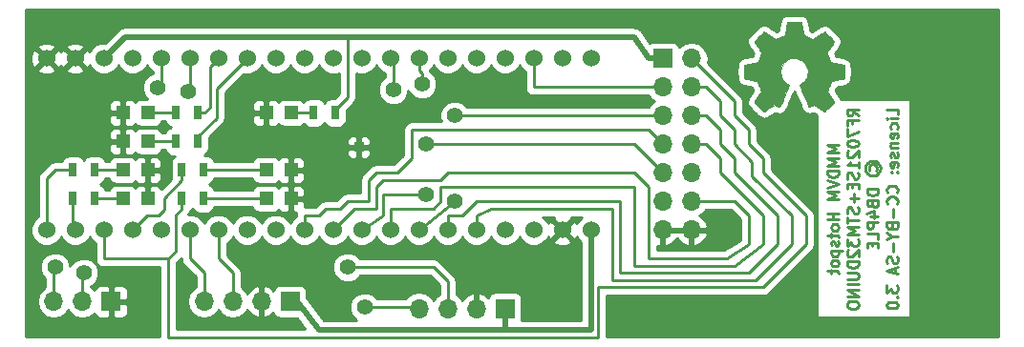
<source format=gbl>
G04 #@! TF.FileFunction,Copper,L2,Bot,Signal*
%FSLAX46Y46*%
G04 Gerber Fmt 4.6, Leading zero omitted, Abs format (unit mm)*
G04 Created by KiCad (PCBNEW 4.0.7) date 12/24/17 13:22:17*
%MOMM*%
%LPD*%
G01*
G04 APERTURE LIST*
%ADD10C,0.100000*%
%ADD11C,0.250000*%
%ADD12C,0.010000*%
%ADD13C,1.524000*%
%ADD14R,1.700000X1.700000*%
%ADD15O,1.700000X1.700000*%
%ADD16R,1.200000X1.200000*%
%ADD17R,0.700000X1.300000*%
%ADD18R,0.850000X0.850000*%
%ADD19C,1.400000*%
%ADD20C,0.500000*%
%ADD21C,0.254000*%
G04 APERTURE END LIST*
D10*
D11*
X173087381Y-57222142D02*
X172087381Y-57222142D01*
X172801667Y-57555476D01*
X172087381Y-57888809D01*
X173087381Y-57888809D01*
X173087381Y-58364999D02*
X172087381Y-58364999D01*
X172801667Y-58698333D01*
X172087381Y-59031666D01*
X173087381Y-59031666D01*
X173087381Y-59507856D02*
X172087381Y-59507856D01*
X172087381Y-59745951D01*
X172135000Y-59888809D01*
X172230238Y-59984047D01*
X172325476Y-60031666D01*
X172515952Y-60079285D01*
X172658810Y-60079285D01*
X172849286Y-60031666D01*
X172944524Y-59984047D01*
X173039762Y-59888809D01*
X173087381Y-59745951D01*
X173087381Y-59507856D01*
X172087381Y-60364999D02*
X173087381Y-60698332D01*
X172087381Y-61031666D01*
X173087381Y-61364999D02*
X172087381Y-61364999D01*
X172801667Y-61698333D01*
X172087381Y-62031666D01*
X173087381Y-62031666D01*
X173087381Y-63269761D02*
X172087381Y-63269761D01*
X172563571Y-63269761D02*
X172563571Y-63841190D01*
X173087381Y-63841190D02*
X172087381Y-63841190D01*
X173087381Y-64460237D02*
X173039762Y-64364999D01*
X172992143Y-64317380D01*
X172896905Y-64269761D01*
X172611190Y-64269761D01*
X172515952Y-64317380D01*
X172468333Y-64364999D01*
X172420714Y-64460237D01*
X172420714Y-64603095D01*
X172468333Y-64698333D01*
X172515952Y-64745952D01*
X172611190Y-64793571D01*
X172896905Y-64793571D01*
X172992143Y-64745952D01*
X173039762Y-64698333D01*
X173087381Y-64603095D01*
X173087381Y-64460237D01*
X172420714Y-65079285D02*
X172420714Y-65460237D01*
X172087381Y-65222142D02*
X172944524Y-65222142D01*
X173039762Y-65269761D01*
X173087381Y-65364999D01*
X173087381Y-65460237D01*
X173039762Y-65745952D02*
X173087381Y-65841190D01*
X173087381Y-66031666D01*
X173039762Y-66126905D01*
X172944524Y-66174524D01*
X172896905Y-66174524D01*
X172801667Y-66126905D01*
X172754048Y-66031666D01*
X172754048Y-65888809D01*
X172706429Y-65793571D01*
X172611190Y-65745952D01*
X172563571Y-65745952D01*
X172468333Y-65793571D01*
X172420714Y-65888809D01*
X172420714Y-66031666D01*
X172468333Y-66126905D01*
X172420714Y-66603095D02*
X173420714Y-66603095D01*
X172468333Y-66603095D02*
X172420714Y-66698333D01*
X172420714Y-66888810D01*
X172468333Y-66984048D01*
X172515952Y-67031667D01*
X172611190Y-67079286D01*
X172896905Y-67079286D01*
X172992143Y-67031667D01*
X173039762Y-66984048D01*
X173087381Y-66888810D01*
X173087381Y-66698333D01*
X173039762Y-66603095D01*
X173087381Y-67650714D02*
X173039762Y-67555476D01*
X172992143Y-67507857D01*
X172896905Y-67460238D01*
X172611190Y-67460238D01*
X172515952Y-67507857D01*
X172468333Y-67555476D01*
X172420714Y-67650714D01*
X172420714Y-67793572D01*
X172468333Y-67888810D01*
X172515952Y-67936429D01*
X172611190Y-67984048D01*
X172896905Y-67984048D01*
X172992143Y-67936429D01*
X173039762Y-67888810D01*
X173087381Y-67793572D01*
X173087381Y-67650714D01*
X172420714Y-68269762D02*
X172420714Y-68650714D01*
X172087381Y-68412619D02*
X172944524Y-68412619D01*
X173039762Y-68460238D01*
X173087381Y-68555476D01*
X173087381Y-68650714D01*
X174837381Y-54603096D02*
X174361190Y-54269762D01*
X174837381Y-54031667D02*
X173837381Y-54031667D01*
X173837381Y-54412620D01*
X173885000Y-54507858D01*
X173932619Y-54555477D01*
X174027857Y-54603096D01*
X174170714Y-54603096D01*
X174265952Y-54555477D01*
X174313571Y-54507858D01*
X174361190Y-54412620D01*
X174361190Y-54031667D01*
X174313571Y-55365001D02*
X174313571Y-55031667D01*
X174837381Y-55031667D02*
X173837381Y-55031667D01*
X173837381Y-55507858D01*
X173837381Y-55793572D02*
X173837381Y-56460239D01*
X174837381Y-56031667D01*
X173837381Y-57031667D02*
X173837381Y-57126906D01*
X173885000Y-57222144D01*
X173932619Y-57269763D01*
X174027857Y-57317382D01*
X174218333Y-57365001D01*
X174456429Y-57365001D01*
X174646905Y-57317382D01*
X174742143Y-57269763D01*
X174789762Y-57222144D01*
X174837381Y-57126906D01*
X174837381Y-57031667D01*
X174789762Y-56936429D01*
X174742143Y-56888810D01*
X174646905Y-56841191D01*
X174456429Y-56793572D01*
X174218333Y-56793572D01*
X174027857Y-56841191D01*
X173932619Y-56888810D01*
X173885000Y-56936429D01*
X173837381Y-57031667D01*
X173932619Y-57745953D02*
X173885000Y-57793572D01*
X173837381Y-57888810D01*
X173837381Y-58126906D01*
X173885000Y-58222144D01*
X173932619Y-58269763D01*
X174027857Y-58317382D01*
X174123095Y-58317382D01*
X174265952Y-58269763D01*
X174837381Y-57698334D01*
X174837381Y-58317382D01*
X174837381Y-59269763D02*
X174837381Y-58698334D01*
X174837381Y-58984048D02*
X173837381Y-58984048D01*
X173980238Y-58888810D01*
X174075476Y-58793572D01*
X174123095Y-58698334D01*
X174789762Y-59650715D02*
X174837381Y-59793572D01*
X174837381Y-60031668D01*
X174789762Y-60126906D01*
X174742143Y-60174525D01*
X174646905Y-60222144D01*
X174551667Y-60222144D01*
X174456429Y-60174525D01*
X174408810Y-60126906D01*
X174361190Y-60031668D01*
X174313571Y-59841191D01*
X174265952Y-59745953D01*
X174218333Y-59698334D01*
X174123095Y-59650715D01*
X174027857Y-59650715D01*
X173932619Y-59698334D01*
X173885000Y-59745953D01*
X173837381Y-59841191D01*
X173837381Y-60079287D01*
X173885000Y-60222144D01*
X174313571Y-60650715D02*
X174313571Y-60984049D01*
X174837381Y-61126906D02*
X174837381Y-60650715D01*
X173837381Y-60650715D01*
X173837381Y-61126906D01*
X174456429Y-61555477D02*
X174456429Y-62317382D01*
X174837381Y-61936430D02*
X174075476Y-61936430D01*
X174789762Y-62745953D02*
X174837381Y-62888810D01*
X174837381Y-63126906D01*
X174789762Y-63222144D01*
X174742143Y-63269763D01*
X174646905Y-63317382D01*
X174551667Y-63317382D01*
X174456429Y-63269763D01*
X174408810Y-63222144D01*
X174361190Y-63126906D01*
X174313571Y-62936429D01*
X174265952Y-62841191D01*
X174218333Y-62793572D01*
X174123095Y-62745953D01*
X174027857Y-62745953D01*
X173932619Y-62793572D01*
X173885000Y-62841191D01*
X173837381Y-62936429D01*
X173837381Y-63174525D01*
X173885000Y-63317382D01*
X173837381Y-63603096D02*
X173837381Y-64174525D01*
X174837381Y-63888810D02*
X173837381Y-63888810D01*
X174837381Y-64507858D02*
X173837381Y-64507858D01*
X174551667Y-64841192D01*
X173837381Y-65174525D01*
X174837381Y-65174525D01*
X173837381Y-65555477D02*
X173837381Y-66174525D01*
X174218333Y-65841191D01*
X174218333Y-65984049D01*
X174265952Y-66079287D01*
X174313571Y-66126906D01*
X174408810Y-66174525D01*
X174646905Y-66174525D01*
X174742143Y-66126906D01*
X174789762Y-66079287D01*
X174837381Y-65984049D01*
X174837381Y-65698334D01*
X174789762Y-65603096D01*
X174742143Y-65555477D01*
X173932619Y-66555477D02*
X173885000Y-66603096D01*
X173837381Y-66698334D01*
X173837381Y-66936430D01*
X173885000Y-67031668D01*
X173932619Y-67079287D01*
X174027857Y-67126906D01*
X174123095Y-67126906D01*
X174265952Y-67079287D01*
X174837381Y-66507858D01*
X174837381Y-67126906D01*
X174837381Y-67555477D02*
X173837381Y-67555477D01*
X173837381Y-67793572D01*
X173885000Y-67936430D01*
X173980238Y-68031668D01*
X174075476Y-68079287D01*
X174265952Y-68126906D01*
X174408810Y-68126906D01*
X174599286Y-68079287D01*
X174694524Y-68031668D01*
X174789762Y-67936430D01*
X174837381Y-67793572D01*
X174837381Y-67555477D01*
X173837381Y-68555477D02*
X174646905Y-68555477D01*
X174742143Y-68603096D01*
X174789762Y-68650715D01*
X174837381Y-68745953D01*
X174837381Y-68936430D01*
X174789762Y-69031668D01*
X174742143Y-69079287D01*
X174646905Y-69126906D01*
X173837381Y-69126906D01*
X174837381Y-69603096D02*
X173837381Y-69603096D01*
X174837381Y-70079286D02*
X173837381Y-70079286D01*
X174837381Y-70650715D01*
X173837381Y-70650715D01*
X173837381Y-71317381D02*
X173837381Y-71507858D01*
X173885000Y-71603096D01*
X173980238Y-71698334D01*
X174170714Y-71745953D01*
X174504048Y-71745953D01*
X174694524Y-71698334D01*
X174789762Y-71603096D01*
X174837381Y-71507858D01*
X174837381Y-71317381D01*
X174789762Y-71222143D01*
X174694524Y-71126905D01*
X174504048Y-71079286D01*
X174170714Y-71079286D01*
X173980238Y-71126905D01*
X173885000Y-71222143D01*
X173837381Y-71317381D01*
X175825476Y-59460238D02*
X175777857Y-59365000D01*
X175777857Y-59174524D01*
X175825476Y-59079286D01*
X175920714Y-58984048D01*
X176015952Y-58936429D01*
X176206429Y-58936429D01*
X176301667Y-58984048D01*
X176396905Y-59079286D01*
X176444524Y-59174524D01*
X176444524Y-59365000D01*
X176396905Y-59460238D01*
X175444524Y-59269762D02*
X175492143Y-59031667D01*
X175635000Y-58793571D01*
X175873095Y-58650714D01*
X176111190Y-58603095D01*
X176349286Y-58650714D01*
X176587381Y-58793571D01*
X176730238Y-59031667D01*
X176777857Y-59269762D01*
X176730238Y-59507857D01*
X176587381Y-59745952D01*
X176349286Y-59888809D01*
X176111190Y-59936429D01*
X175873095Y-59888809D01*
X175635000Y-59745952D01*
X175492143Y-59507857D01*
X175444524Y-59269762D01*
X176587381Y-61126905D02*
X175587381Y-61126905D01*
X175587381Y-61365000D01*
X175635000Y-61507858D01*
X175730238Y-61603096D01*
X175825476Y-61650715D01*
X176015952Y-61698334D01*
X176158810Y-61698334D01*
X176349286Y-61650715D01*
X176444524Y-61603096D01*
X176539762Y-61507858D01*
X176587381Y-61365000D01*
X176587381Y-61126905D01*
X176063571Y-62460239D02*
X176111190Y-62603096D01*
X176158810Y-62650715D01*
X176254048Y-62698334D01*
X176396905Y-62698334D01*
X176492143Y-62650715D01*
X176539762Y-62603096D01*
X176587381Y-62507858D01*
X176587381Y-62126905D01*
X175587381Y-62126905D01*
X175587381Y-62460239D01*
X175635000Y-62555477D01*
X175682619Y-62603096D01*
X175777857Y-62650715D01*
X175873095Y-62650715D01*
X175968333Y-62603096D01*
X176015952Y-62555477D01*
X176063571Y-62460239D01*
X176063571Y-62126905D01*
X175920714Y-63555477D02*
X176587381Y-63555477D01*
X175539762Y-63317381D02*
X176254048Y-63079286D01*
X176254048Y-63698334D01*
X176587381Y-64079286D02*
X175587381Y-64079286D01*
X175587381Y-64460239D01*
X175635000Y-64555477D01*
X175682619Y-64603096D01*
X175777857Y-64650715D01*
X175920714Y-64650715D01*
X176015952Y-64603096D01*
X176063571Y-64555477D01*
X176111190Y-64460239D01*
X176111190Y-64079286D01*
X176587381Y-65555477D02*
X176587381Y-65079286D01*
X175587381Y-65079286D01*
X176063571Y-65888810D02*
X176063571Y-66222144D01*
X176587381Y-66365001D02*
X176587381Y-65888810D01*
X175587381Y-65888810D01*
X175587381Y-66365001D01*
X178337381Y-54531667D02*
X178337381Y-54055476D01*
X177337381Y-54055476D01*
X178337381Y-54865000D02*
X177670714Y-54865000D01*
X177337381Y-54865000D02*
X177385000Y-54817381D01*
X177432619Y-54865000D01*
X177385000Y-54912619D01*
X177337381Y-54865000D01*
X177432619Y-54865000D01*
X178289762Y-55769762D02*
X178337381Y-55674524D01*
X178337381Y-55484047D01*
X178289762Y-55388809D01*
X178242143Y-55341190D01*
X178146905Y-55293571D01*
X177861190Y-55293571D01*
X177765952Y-55341190D01*
X177718333Y-55388809D01*
X177670714Y-55484047D01*
X177670714Y-55674524D01*
X177718333Y-55769762D01*
X178289762Y-56579286D02*
X178337381Y-56484048D01*
X178337381Y-56293571D01*
X178289762Y-56198333D01*
X178194524Y-56150714D01*
X177813571Y-56150714D01*
X177718333Y-56198333D01*
X177670714Y-56293571D01*
X177670714Y-56484048D01*
X177718333Y-56579286D01*
X177813571Y-56626905D01*
X177908810Y-56626905D01*
X178004048Y-56150714D01*
X177670714Y-57055476D02*
X178337381Y-57055476D01*
X177765952Y-57055476D02*
X177718333Y-57103095D01*
X177670714Y-57198333D01*
X177670714Y-57341191D01*
X177718333Y-57436429D01*
X177813571Y-57484048D01*
X178337381Y-57484048D01*
X178289762Y-57912619D02*
X178337381Y-58007857D01*
X178337381Y-58198333D01*
X178289762Y-58293572D01*
X178194524Y-58341191D01*
X178146905Y-58341191D01*
X178051667Y-58293572D01*
X178004048Y-58198333D01*
X178004048Y-58055476D01*
X177956429Y-57960238D01*
X177861190Y-57912619D01*
X177813571Y-57912619D01*
X177718333Y-57960238D01*
X177670714Y-58055476D01*
X177670714Y-58198333D01*
X177718333Y-58293572D01*
X178289762Y-59150715D02*
X178337381Y-59055477D01*
X178337381Y-58865000D01*
X178289762Y-58769762D01*
X178194524Y-58722143D01*
X177813571Y-58722143D01*
X177718333Y-58769762D01*
X177670714Y-58865000D01*
X177670714Y-59055477D01*
X177718333Y-59150715D01*
X177813571Y-59198334D01*
X177908810Y-59198334D01*
X178004048Y-58722143D01*
X178242143Y-59626905D02*
X178289762Y-59674524D01*
X178337381Y-59626905D01*
X178289762Y-59579286D01*
X178242143Y-59626905D01*
X178337381Y-59626905D01*
X177718333Y-59626905D02*
X177765952Y-59674524D01*
X177813571Y-59626905D01*
X177765952Y-59579286D01*
X177718333Y-59626905D01*
X177813571Y-59626905D01*
X178242143Y-61436429D02*
X178289762Y-61388810D01*
X178337381Y-61245953D01*
X178337381Y-61150715D01*
X178289762Y-61007857D01*
X178194524Y-60912619D01*
X178099286Y-60865000D01*
X177908810Y-60817381D01*
X177765952Y-60817381D01*
X177575476Y-60865000D01*
X177480238Y-60912619D01*
X177385000Y-61007857D01*
X177337381Y-61150715D01*
X177337381Y-61245953D01*
X177385000Y-61388810D01*
X177432619Y-61436429D01*
X178242143Y-62436429D02*
X178289762Y-62388810D01*
X178337381Y-62245953D01*
X178337381Y-62150715D01*
X178289762Y-62007857D01*
X178194524Y-61912619D01*
X178099286Y-61865000D01*
X177908810Y-61817381D01*
X177765952Y-61817381D01*
X177575476Y-61865000D01*
X177480238Y-61912619D01*
X177385000Y-62007857D01*
X177337381Y-62150715D01*
X177337381Y-62245953D01*
X177385000Y-62388810D01*
X177432619Y-62436429D01*
X177956429Y-62865000D02*
X177956429Y-63626905D01*
X177813571Y-64436429D02*
X177861190Y-64579286D01*
X177908810Y-64626905D01*
X178004048Y-64674524D01*
X178146905Y-64674524D01*
X178242143Y-64626905D01*
X178289762Y-64579286D01*
X178337381Y-64484048D01*
X178337381Y-64103095D01*
X177337381Y-64103095D01*
X177337381Y-64436429D01*
X177385000Y-64531667D01*
X177432619Y-64579286D01*
X177527857Y-64626905D01*
X177623095Y-64626905D01*
X177718333Y-64579286D01*
X177765952Y-64531667D01*
X177813571Y-64436429D01*
X177813571Y-64103095D01*
X177861190Y-65293571D02*
X178337381Y-65293571D01*
X177337381Y-64960238D02*
X177861190Y-65293571D01*
X177337381Y-65626905D01*
X177956429Y-65960238D02*
X177956429Y-66722143D01*
X178289762Y-67150714D02*
X178337381Y-67293571D01*
X178337381Y-67531667D01*
X178289762Y-67626905D01*
X178242143Y-67674524D01*
X178146905Y-67722143D01*
X178051667Y-67722143D01*
X177956429Y-67674524D01*
X177908810Y-67626905D01*
X177861190Y-67531667D01*
X177813571Y-67341190D01*
X177765952Y-67245952D01*
X177718333Y-67198333D01*
X177623095Y-67150714D01*
X177527857Y-67150714D01*
X177432619Y-67198333D01*
X177385000Y-67245952D01*
X177337381Y-67341190D01*
X177337381Y-67579286D01*
X177385000Y-67722143D01*
X178051667Y-68103095D02*
X178051667Y-68579286D01*
X178337381Y-68007857D02*
X177337381Y-68341190D01*
X178337381Y-68674524D01*
X177337381Y-69674524D02*
X177337381Y-70293572D01*
X177718333Y-69960238D01*
X177718333Y-70103096D01*
X177765952Y-70198334D01*
X177813571Y-70245953D01*
X177908810Y-70293572D01*
X178146905Y-70293572D01*
X178242143Y-70245953D01*
X178289762Y-70198334D01*
X178337381Y-70103096D01*
X178337381Y-69817381D01*
X178289762Y-69722143D01*
X178242143Y-69674524D01*
X178242143Y-70722143D02*
X178289762Y-70769762D01*
X178337381Y-70722143D01*
X178289762Y-70674524D01*
X178242143Y-70722143D01*
X178337381Y-70722143D01*
X177337381Y-71388809D02*
X177337381Y-71484048D01*
X177385000Y-71579286D01*
X177432619Y-71626905D01*
X177527857Y-71674524D01*
X177718333Y-71722143D01*
X177956429Y-71722143D01*
X178146905Y-71674524D01*
X178242143Y-71626905D01*
X178289762Y-71579286D01*
X178337381Y-71484048D01*
X178337381Y-71388809D01*
X178289762Y-71293571D01*
X178242143Y-71245952D01*
X178146905Y-71198333D01*
X177956429Y-71150714D01*
X177718333Y-71150714D01*
X177527857Y-71198333D01*
X177432619Y-71245952D01*
X177385000Y-71293571D01*
X177337381Y-71388809D01*
D12*
G36*
X168417464Y-46892427D02*
X168304882Y-47489618D01*
X167889469Y-47660865D01*
X167474055Y-47832112D01*
X166975698Y-47493233D01*
X166836131Y-47398877D01*
X166709971Y-47314630D01*
X166603104Y-47244338D01*
X166521417Y-47191847D01*
X166470798Y-47161004D01*
X166457013Y-47154353D01*
X166432179Y-47171458D01*
X166379111Y-47218744D01*
X166303759Y-47290172D01*
X166212070Y-47379700D01*
X166109992Y-47481289D01*
X166003473Y-47588898D01*
X165898463Y-47696487D01*
X165800908Y-47798015D01*
X165716757Y-47887441D01*
X165651959Y-47958726D01*
X165612462Y-48005828D01*
X165603019Y-48021592D01*
X165616608Y-48050653D01*
X165654706Y-48114321D01*
X165713306Y-48206367D01*
X165788402Y-48320564D01*
X165875991Y-48450684D01*
X165926745Y-48524901D01*
X166019254Y-48660422D01*
X166101459Y-48782716D01*
X166169369Y-48885695D01*
X166218999Y-48963273D01*
X166246359Y-49009361D01*
X166250470Y-49019047D01*
X166241150Y-49046574D01*
X166215745Y-49110728D01*
X166178088Y-49202490D01*
X166132013Y-49312839D01*
X166081353Y-49432755D01*
X166029940Y-49553219D01*
X165981610Y-49665209D01*
X165940193Y-49759707D01*
X165909525Y-49827692D01*
X165893438Y-49860143D01*
X165892488Y-49861420D01*
X165867227Y-49867617D01*
X165799954Y-49881440D01*
X165697639Y-49901532D01*
X165567258Y-49926534D01*
X165415783Y-49955086D01*
X165327406Y-49971551D01*
X165165547Y-50002369D01*
X165019350Y-50031694D01*
X164896212Y-50057921D01*
X164803530Y-50079446D01*
X164748698Y-50094665D01*
X164737676Y-50099493D01*
X164726881Y-50132174D01*
X164718170Y-50205985D01*
X164711539Y-50312292D01*
X164706981Y-50442467D01*
X164704490Y-50587876D01*
X164704061Y-50739890D01*
X164705688Y-50889877D01*
X164709364Y-51029206D01*
X164715084Y-51149245D01*
X164722842Y-51241365D01*
X164732631Y-51296932D01*
X164738503Y-51308500D01*
X164773600Y-51322365D01*
X164847971Y-51342188D01*
X164951776Y-51365639D01*
X165075180Y-51390391D01*
X165118258Y-51398398D01*
X165325952Y-51436441D01*
X165490015Y-51467079D01*
X165615869Y-51491529D01*
X165708934Y-51511009D01*
X165774632Y-51526736D01*
X165818382Y-51539928D01*
X165845607Y-51551804D01*
X165861727Y-51563580D01*
X165863982Y-51565908D01*
X165886496Y-51603400D01*
X165920841Y-51676365D01*
X165963588Y-51775867D01*
X166011307Y-51892973D01*
X166060569Y-52018748D01*
X166107944Y-52144257D01*
X166150004Y-52260565D01*
X166183319Y-52358739D01*
X166204458Y-52429843D01*
X166209994Y-52464942D01*
X166209533Y-52466172D01*
X166190776Y-52494861D01*
X166148223Y-52557985D01*
X166086346Y-52648973D01*
X166009617Y-52761255D01*
X165922508Y-52888260D01*
X165897701Y-52924353D01*
X165809247Y-53055203D01*
X165731411Y-53174591D01*
X165668433Y-53275662D01*
X165624554Y-53351559D01*
X165604014Y-53395427D01*
X165603019Y-53400817D01*
X165620277Y-53429144D01*
X165667964Y-53485261D01*
X165739949Y-53563137D01*
X165830102Y-53656740D01*
X165932294Y-53760041D01*
X166040394Y-53867006D01*
X166148271Y-53971606D01*
X166249795Y-54067809D01*
X166338837Y-54149584D01*
X166409266Y-54210900D01*
X166454952Y-54245726D01*
X166467590Y-54251412D01*
X166497008Y-54238020D01*
X166557238Y-54201899D01*
X166638470Y-54149136D01*
X166700969Y-54106667D01*
X166814214Y-54028740D01*
X166948325Y-53936984D01*
X167082844Y-53845375D01*
X167155166Y-53796346D01*
X167399961Y-53630770D01*
X167605449Y-53741875D01*
X167699063Y-53790548D01*
X167778669Y-53828381D01*
X167832532Y-53849958D01*
X167846242Y-53852961D01*
X167862729Y-53830793D01*
X167895254Y-53768149D01*
X167941391Y-53670809D01*
X167998709Y-53544549D01*
X168064783Y-53395150D01*
X168137184Y-53228388D01*
X168213483Y-53050042D01*
X168291253Y-52865891D01*
X168368065Y-52681712D01*
X168441493Y-52503285D01*
X168509107Y-52336387D01*
X168568479Y-52186797D01*
X168617183Y-52060293D01*
X168652789Y-51962654D01*
X168672869Y-51899657D01*
X168676099Y-51878021D01*
X168650503Y-51850424D01*
X168594461Y-51805625D01*
X168519688Y-51752934D01*
X168513412Y-51748765D01*
X168320154Y-51594069D01*
X168164325Y-51413591D01*
X168047275Y-51213102D01*
X167970354Y-50998374D01*
X167934913Y-50775177D01*
X167942302Y-50549281D01*
X167993872Y-50326459D01*
X168090973Y-50112479D01*
X168119541Y-50065664D01*
X168268131Y-49876618D01*
X168443672Y-49724812D01*
X168640089Y-49611034D01*
X168851306Y-49536075D01*
X169071246Y-49500722D01*
X169293836Y-49505767D01*
X169512998Y-49551999D01*
X169722657Y-49640206D01*
X169916738Y-49771179D01*
X169976773Y-49824337D01*
X170129564Y-49990739D01*
X170240902Y-50165912D01*
X170317276Y-50362266D01*
X170359812Y-50556717D01*
X170370313Y-50775342D01*
X170335299Y-50995052D01*
X170258326Y-51208420D01*
X170142952Y-51408022D01*
X169992734Y-51586429D01*
X169811226Y-51736217D01*
X169787372Y-51752006D01*
X169711798Y-51803712D01*
X169654348Y-51848512D01*
X169626882Y-51877117D01*
X169626482Y-51878021D01*
X169632379Y-51908964D01*
X169655754Y-51979191D01*
X169694178Y-52082925D01*
X169745222Y-52214390D01*
X169806457Y-52367807D01*
X169875455Y-52537401D01*
X169949786Y-52717393D01*
X170027021Y-52902008D01*
X170104731Y-53085468D01*
X170180488Y-53261996D01*
X170251862Y-53425814D01*
X170316425Y-53571147D01*
X170371747Y-53692217D01*
X170415399Y-53783247D01*
X170444953Y-53838460D01*
X170456855Y-53852961D01*
X170493222Y-53841669D01*
X170561269Y-53811385D01*
X170649263Y-53767520D01*
X170697649Y-53741875D01*
X170903136Y-53630770D01*
X171147931Y-53796346D01*
X171272893Y-53881170D01*
X171409704Y-53974516D01*
X171537911Y-54062408D01*
X171602128Y-54106667D01*
X171692448Y-54167318D01*
X171768928Y-54215381D01*
X171821592Y-54244770D01*
X171838697Y-54250982D01*
X171863594Y-54234223D01*
X171918694Y-54187436D01*
X171998656Y-54115480D01*
X172098139Y-54023212D01*
X172211799Y-53915490D01*
X172283684Y-53846326D01*
X172409448Y-53722757D01*
X172518136Y-53612234D01*
X172605354Y-53519485D01*
X172666710Y-53449237D01*
X172697808Y-53406220D01*
X172700791Y-53397490D01*
X172686946Y-53364284D01*
X172648687Y-53297142D01*
X172590258Y-53202863D01*
X172515902Y-53088245D01*
X172429864Y-52960083D01*
X172405397Y-52924353D01*
X172316245Y-52794489D01*
X172236261Y-52677569D01*
X172169919Y-52580162D01*
X172121688Y-52508839D01*
X172096042Y-52470170D01*
X172093564Y-52466172D01*
X172097270Y-52435355D01*
X172116938Y-52367599D01*
X172149139Y-52271839D01*
X172190444Y-52157009D01*
X172237424Y-52032044D01*
X172286650Y-51905879D01*
X172334691Y-51787448D01*
X172378118Y-51685685D01*
X172413503Y-51609526D01*
X172437415Y-51567904D01*
X172439115Y-51565908D01*
X172453737Y-51554013D01*
X172478434Y-51542250D01*
X172518627Y-51529401D01*
X172579736Y-51514249D01*
X172667182Y-51495576D01*
X172786387Y-51472165D01*
X172942772Y-51442797D01*
X173141756Y-51406255D01*
X173184839Y-51398398D01*
X173312529Y-51373727D01*
X173423846Y-51349593D01*
X173508954Y-51328324D01*
X173558016Y-51312248D01*
X173564594Y-51308500D01*
X173575435Y-51275273D01*
X173584246Y-51201021D01*
X173591023Y-51094376D01*
X173595759Y-50963967D01*
X173598449Y-50818427D01*
X173599086Y-50666386D01*
X173597665Y-50516476D01*
X173594179Y-50377328D01*
X173588623Y-50257572D01*
X173580991Y-50165841D01*
X173571277Y-50110766D01*
X173565421Y-50099493D01*
X173532819Y-50088123D01*
X173458581Y-50069624D01*
X173350103Y-50045602D01*
X173214782Y-50017662D01*
X173060014Y-49987408D01*
X172975692Y-49971551D01*
X172815703Y-49941644D01*
X172673032Y-49914550D01*
X172554651Y-49891631D01*
X172467534Y-49874243D01*
X172418654Y-49863747D01*
X172410609Y-49861420D01*
X172397012Y-49835186D01*
X172368270Y-49771995D01*
X172328214Y-49680877D01*
X172280675Y-49570857D01*
X172229484Y-49450965D01*
X172178473Y-49330227D01*
X172131473Y-49217671D01*
X172092315Y-49122326D01*
X172064830Y-49053217D01*
X172052850Y-49019374D01*
X172052627Y-49017895D01*
X172066208Y-48991197D01*
X172104284Y-48929760D01*
X172162852Y-48839689D01*
X172237911Y-48727090D01*
X172325459Y-48598070D01*
X172376352Y-48523961D01*
X172469090Y-48388077D01*
X172551458Y-48264709D01*
X172619438Y-48160097D01*
X172669011Y-48080483D01*
X172696157Y-48032107D01*
X172700078Y-48021262D01*
X172683224Y-47996020D01*
X172636631Y-47942124D01*
X172566251Y-47865613D01*
X172478034Y-47772523D01*
X172377934Y-47668895D01*
X172271901Y-47560764D01*
X172165888Y-47454170D01*
X172065847Y-47355150D01*
X171977729Y-47269742D01*
X171907486Y-47203985D01*
X171861071Y-47163916D01*
X171845543Y-47154353D01*
X171820260Y-47167800D01*
X171759788Y-47205575D01*
X171670007Y-47263835D01*
X171556796Y-47338734D01*
X171426036Y-47426425D01*
X171327400Y-47493233D01*
X170829042Y-47832112D01*
X170413629Y-47660865D01*
X169998215Y-47489618D01*
X169885633Y-46892427D01*
X169773050Y-46295235D01*
X168530047Y-46295235D01*
X168417464Y-46892427D01*
X168417464Y-46892427D01*
G37*
X168417464Y-46892427D02*
X168304882Y-47489618D01*
X167889469Y-47660865D01*
X167474055Y-47832112D01*
X166975698Y-47493233D01*
X166836131Y-47398877D01*
X166709971Y-47314630D01*
X166603104Y-47244338D01*
X166521417Y-47191847D01*
X166470798Y-47161004D01*
X166457013Y-47154353D01*
X166432179Y-47171458D01*
X166379111Y-47218744D01*
X166303759Y-47290172D01*
X166212070Y-47379700D01*
X166109992Y-47481289D01*
X166003473Y-47588898D01*
X165898463Y-47696487D01*
X165800908Y-47798015D01*
X165716757Y-47887441D01*
X165651959Y-47958726D01*
X165612462Y-48005828D01*
X165603019Y-48021592D01*
X165616608Y-48050653D01*
X165654706Y-48114321D01*
X165713306Y-48206367D01*
X165788402Y-48320564D01*
X165875991Y-48450684D01*
X165926745Y-48524901D01*
X166019254Y-48660422D01*
X166101459Y-48782716D01*
X166169369Y-48885695D01*
X166218999Y-48963273D01*
X166246359Y-49009361D01*
X166250470Y-49019047D01*
X166241150Y-49046574D01*
X166215745Y-49110728D01*
X166178088Y-49202490D01*
X166132013Y-49312839D01*
X166081353Y-49432755D01*
X166029940Y-49553219D01*
X165981610Y-49665209D01*
X165940193Y-49759707D01*
X165909525Y-49827692D01*
X165893438Y-49860143D01*
X165892488Y-49861420D01*
X165867227Y-49867617D01*
X165799954Y-49881440D01*
X165697639Y-49901532D01*
X165567258Y-49926534D01*
X165415783Y-49955086D01*
X165327406Y-49971551D01*
X165165547Y-50002369D01*
X165019350Y-50031694D01*
X164896212Y-50057921D01*
X164803530Y-50079446D01*
X164748698Y-50094665D01*
X164737676Y-50099493D01*
X164726881Y-50132174D01*
X164718170Y-50205985D01*
X164711539Y-50312292D01*
X164706981Y-50442467D01*
X164704490Y-50587876D01*
X164704061Y-50739890D01*
X164705688Y-50889877D01*
X164709364Y-51029206D01*
X164715084Y-51149245D01*
X164722842Y-51241365D01*
X164732631Y-51296932D01*
X164738503Y-51308500D01*
X164773600Y-51322365D01*
X164847971Y-51342188D01*
X164951776Y-51365639D01*
X165075180Y-51390391D01*
X165118258Y-51398398D01*
X165325952Y-51436441D01*
X165490015Y-51467079D01*
X165615869Y-51491529D01*
X165708934Y-51511009D01*
X165774632Y-51526736D01*
X165818382Y-51539928D01*
X165845607Y-51551804D01*
X165861727Y-51563580D01*
X165863982Y-51565908D01*
X165886496Y-51603400D01*
X165920841Y-51676365D01*
X165963588Y-51775867D01*
X166011307Y-51892973D01*
X166060569Y-52018748D01*
X166107944Y-52144257D01*
X166150004Y-52260565D01*
X166183319Y-52358739D01*
X166204458Y-52429843D01*
X166209994Y-52464942D01*
X166209533Y-52466172D01*
X166190776Y-52494861D01*
X166148223Y-52557985D01*
X166086346Y-52648973D01*
X166009617Y-52761255D01*
X165922508Y-52888260D01*
X165897701Y-52924353D01*
X165809247Y-53055203D01*
X165731411Y-53174591D01*
X165668433Y-53275662D01*
X165624554Y-53351559D01*
X165604014Y-53395427D01*
X165603019Y-53400817D01*
X165620277Y-53429144D01*
X165667964Y-53485261D01*
X165739949Y-53563137D01*
X165830102Y-53656740D01*
X165932294Y-53760041D01*
X166040394Y-53867006D01*
X166148271Y-53971606D01*
X166249795Y-54067809D01*
X166338837Y-54149584D01*
X166409266Y-54210900D01*
X166454952Y-54245726D01*
X166467590Y-54251412D01*
X166497008Y-54238020D01*
X166557238Y-54201899D01*
X166638470Y-54149136D01*
X166700969Y-54106667D01*
X166814214Y-54028740D01*
X166948325Y-53936984D01*
X167082844Y-53845375D01*
X167155166Y-53796346D01*
X167399961Y-53630770D01*
X167605449Y-53741875D01*
X167699063Y-53790548D01*
X167778669Y-53828381D01*
X167832532Y-53849958D01*
X167846242Y-53852961D01*
X167862729Y-53830793D01*
X167895254Y-53768149D01*
X167941391Y-53670809D01*
X167998709Y-53544549D01*
X168064783Y-53395150D01*
X168137184Y-53228388D01*
X168213483Y-53050042D01*
X168291253Y-52865891D01*
X168368065Y-52681712D01*
X168441493Y-52503285D01*
X168509107Y-52336387D01*
X168568479Y-52186797D01*
X168617183Y-52060293D01*
X168652789Y-51962654D01*
X168672869Y-51899657D01*
X168676099Y-51878021D01*
X168650503Y-51850424D01*
X168594461Y-51805625D01*
X168519688Y-51752934D01*
X168513412Y-51748765D01*
X168320154Y-51594069D01*
X168164325Y-51413591D01*
X168047275Y-51213102D01*
X167970354Y-50998374D01*
X167934913Y-50775177D01*
X167942302Y-50549281D01*
X167993872Y-50326459D01*
X168090973Y-50112479D01*
X168119541Y-50065664D01*
X168268131Y-49876618D01*
X168443672Y-49724812D01*
X168640089Y-49611034D01*
X168851306Y-49536075D01*
X169071246Y-49500722D01*
X169293836Y-49505767D01*
X169512998Y-49551999D01*
X169722657Y-49640206D01*
X169916738Y-49771179D01*
X169976773Y-49824337D01*
X170129564Y-49990739D01*
X170240902Y-50165912D01*
X170317276Y-50362266D01*
X170359812Y-50556717D01*
X170370313Y-50775342D01*
X170335299Y-50995052D01*
X170258326Y-51208420D01*
X170142952Y-51408022D01*
X169992734Y-51586429D01*
X169811226Y-51736217D01*
X169787372Y-51752006D01*
X169711798Y-51803712D01*
X169654348Y-51848512D01*
X169626882Y-51877117D01*
X169626482Y-51878021D01*
X169632379Y-51908964D01*
X169655754Y-51979191D01*
X169694178Y-52082925D01*
X169745222Y-52214390D01*
X169806457Y-52367807D01*
X169875455Y-52537401D01*
X169949786Y-52717393D01*
X170027021Y-52902008D01*
X170104731Y-53085468D01*
X170180488Y-53261996D01*
X170251862Y-53425814D01*
X170316425Y-53571147D01*
X170371747Y-53692217D01*
X170415399Y-53783247D01*
X170444953Y-53838460D01*
X170456855Y-53852961D01*
X170493222Y-53841669D01*
X170561269Y-53811385D01*
X170649263Y-53767520D01*
X170697649Y-53741875D01*
X170903136Y-53630770D01*
X171147931Y-53796346D01*
X171272893Y-53881170D01*
X171409704Y-53974516D01*
X171537911Y-54062408D01*
X171602128Y-54106667D01*
X171692448Y-54167318D01*
X171768928Y-54215381D01*
X171821592Y-54244770D01*
X171838697Y-54250982D01*
X171863594Y-54234223D01*
X171918694Y-54187436D01*
X171998656Y-54115480D01*
X172098139Y-54023212D01*
X172211799Y-53915490D01*
X172283684Y-53846326D01*
X172409448Y-53722757D01*
X172518136Y-53612234D01*
X172605354Y-53519485D01*
X172666710Y-53449237D01*
X172697808Y-53406220D01*
X172700791Y-53397490D01*
X172686946Y-53364284D01*
X172648687Y-53297142D01*
X172590258Y-53202863D01*
X172515902Y-53088245D01*
X172429864Y-52960083D01*
X172405397Y-52924353D01*
X172316245Y-52794489D01*
X172236261Y-52677569D01*
X172169919Y-52580162D01*
X172121688Y-52508839D01*
X172096042Y-52470170D01*
X172093564Y-52466172D01*
X172097270Y-52435355D01*
X172116938Y-52367599D01*
X172149139Y-52271839D01*
X172190444Y-52157009D01*
X172237424Y-52032044D01*
X172286650Y-51905879D01*
X172334691Y-51787448D01*
X172378118Y-51685685D01*
X172413503Y-51609526D01*
X172437415Y-51567904D01*
X172439115Y-51565908D01*
X172453737Y-51554013D01*
X172478434Y-51542250D01*
X172518627Y-51529401D01*
X172579736Y-51514249D01*
X172667182Y-51495576D01*
X172786387Y-51472165D01*
X172942772Y-51442797D01*
X173141756Y-51406255D01*
X173184839Y-51398398D01*
X173312529Y-51373727D01*
X173423846Y-51349593D01*
X173508954Y-51328324D01*
X173558016Y-51312248D01*
X173564594Y-51308500D01*
X173575435Y-51275273D01*
X173584246Y-51201021D01*
X173591023Y-51094376D01*
X173595759Y-50963967D01*
X173598449Y-50818427D01*
X173599086Y-50666386D01*
X173597665Y-50516476D01*
X173594179Y-50377328D01*
X173588623Y-50257572D01*
X173580991Y-50165841D01*
X173571277Y-50110766D01*
X173565421Y-50099493D01*
X173532819Y-50088123D01*
X173458581Y-50069624D01*
X173350103Y-50045602D01*
X173214782Y-50017662D01*
X173060014Y-49987408D01*
X172975692Y-49971551D01*
X172815703Y-49941644D01*
X172673032Y-49914550D01*
X172554651Y-49891631D01*
X172467534Y-49874243D01*
X172418654Y-49863747D01*
X172410609Y-49861420D01*
X172397012Y-49835186D01*
X172368270Y-49771995D01*
X172328214Y-49680877D01*
X172280675Y-49570857D01*
X172229484Y-49450965D01*
X172178473Y-49330227D01*
X172131473Y-49217671D01*
X172092315Y-49122326D01*
X172064830Y-49053217D01*
X172052850Y-49019374D01*
X172052627Y-49017895D01*
X172066208Y-48991197D01*
X172104284Y-48929760D01*
X172162852Y-48839689D01*
X172237911Y-48727090D01*
X172325459Y-48598070D01*
X172376352Y-48523961D01*
X172469090Y-48388077D01*
X172551458Y-48264709D01*
X172619438Y-48160097D01*
X172669011Y-48080483D01*
X172696157Y-48032107D01*
X172700078Y-48021262D01*
X172683224Y-47996020D01*
X172636631Y-47942124D01*
X172566251Y-47865613D01*
X172478034Y-47772523D01*
X172377934Y-47668895D01*
X172271901Y-47560764D01*
X172165888Y-47454170D01*
X172065847Y-47355150D01*
X171977729Y-47269742D01*
X171907486Y-47203985D01*
X171861071Y-47163916D01*
X171845543Y-47154353D01*
X171820260Y-47167800D01*
X171759788Y-47205575D01*
X171670007Y-47263835D01*
X171556796Y-47338734D01*
X171426036Y-47426425D01*
X171327400Y-47493233D01*
X170829042Y-47832112D01*
X170413629Y-47660865D01*
X169998215Y-47489618D01*
X169885633Y-46892427D01*
X169773050Y-46295235D01*
X168530047Y-46295235D01*
X168417464Y-46892427D01*
D13*
X102870000Y-64770000D03*
X105410000Y-64770000D03*
X107950000Y-64770000D03*
X110490000Y-64770000D03*
X113030000Y-64770000D03*
X115570000Y-64770000D03*
X118110000Y-64770000D03*
X120650000Y-64770000D03*
X123190000Y-64770000D03*
X125730000Y-64770000D03*
X128270000Y-64770000D03*
X130810000Y-64770000D03*
X133350000Y-64770000D03*
X135890000Y-64770000D03*
X138430000Y-64770000D03*
X140970000Y-64770000D03*
X143510000Y-64770000D03*
X146050000Y-64770000D03*
X148590000Y-64770000D03*
X151130000Y-64770000D03*
X151130000Y-49530000D03*
X148590000Y-49530000D03*
X146050000Y-49530000D03*
X143510000Y-49530000D03*
X140970000Y-49530000D03*
X138430000Y-49530000D03*
X135890000Y-49530000D03*
X133350000Y-49530000D03*
X130810000Y-49530000D03*
X128270000Y-49530000D03*
X125730000Y-49530000D03*
X123190000Y-49530000D03*
X120650000Y-49530000D03*
X118110000Y-49530000D03*
X115570000Y-49530000D03*
X113030000Y-49530000D03*
X110490000Y-49530000D03*
X107950000Y-49530000D03*
X105410000Y-49530000D03*
X102870000Y-49530000D03*
D14*
X157480000Y-49530000D03*
D15*
X160020000Y-49530000D03*
X157480000Y-52070000D03*
X160020000Y-52070000D03*
X157480000Y-54610000D03*
X160020000Y-54610000D03*
X157480000Y-57150000D03*
X160020000Y-57150000D03*
X157480000Y-59690000D03*
X160020000Y-59690000D03*
X157480000Y-62230000D03*
X160020000Y-62230000D03*
X157480000Y-64770000D03*
X160020000Y-64770000D03*
D16*
X109644000Y-61976000D03*
X111844000Y-61976000D03*
X111844000Y-54356000D03*
X109644000Y-54356000D03*
X109644000Y-59436000D03*
X111844000Y-59436000D03*
X122344000Y-61976000D03*
X124544000Y-61976000D03*
X122344000Y-59436000D03*
X124544000Y-59436000D03*
X111844000Y-56896000D03*
X109644000Y-56896000D03*
X124544000Y-54356000D03*
X122344000Y-54356000D03*
D17*
X105222000Y-61976000D03*
X107122000Y-61976000D03*
X116266000Y-54356000D03*
X114366000Y-54356000D03*
X105222000Y-59436000D03*
X107122000Y-59436000D03*
X114874000Y-61976000D03*
X116774000Y-61976000D03*
X114874000Y-59436000D03*
X116774000Y-59436000D03*
X116266000Y-56896000D03*
X114366000Y-56896000D03*
X128458000Y-54356000D03*
X126558000Y-54356000D03*
D14*
X124460000Y-71120000D03*
D15*
X121920000Y-71120000D03*
X119380000Y-71120000D03*
X116840000Y-71120000D03*
D14*
X143510000Y-71755000D03*
D15*
X140970000Y-71755000D03*
X138430000Y-71755000D03*
X135890000Y-71755000D03*
D14*
X108585000Y-71120000D03*
D15*
X106045000Y-71120000D03*
X103505000Y-71120000D03*
D18*
X130556000Y-57404000D03*
D19*
X168910000Y-59690000D03*
X163830000Y-64770000D03*
X139065000Y-62230000D03*
X139065000Y-54610000D03*
X136525000Y-61595000D03*
X136525000Y-57150000D03*
X115399475Y-52448796D03*
X129540000Y-68072000D03*
X112691034Y-52087436D03*
X131064000Y-71628000D03*
X133604000Y-52324000D03*
X106172000Y-68580000D03*
X136144000Y-51816000D03*
X103632000Y-68072000D03*
D11*
X160020000Y-64770000D02*
X163830000Y-64770000D01*
X161290000Y-52070000D02*
X160020000Y-52070000D01*
X140970000Y-64770000D02*
X140970000Y-63500000D01*
X140970000Y-63500000D02*
X142240000Y-62865000D01*
X165735000Y-69215000D02*
X168910000Y-66040000D01*
X162560000Y-53340000D02*
X161290000Y-52070000D01*
X162560000Y-54610000D02*
X162560000Y-53340000D01*
X163830000Y-55880000D02*
X162560000Y-54610000D01*
X163830000Y-57150000D02*
X163830000Y-55880000D01*
X165416801Y-58736801D02*
X163830000Y-57150000D01*
X165416801Y-60006801D02*
X165416801Y-58736801D01*
X168910000Y-63500000D02*
X165416801Y-60006801D01*
X168910000Y-66040000D02*
X168910000Y-63500000D01*
X153035000Y-69215000D02*
X165735000Y-69215000D01*
X153035000Y-62865000D02*
X153035000Y-69215000D01*
X142240000Y-62865000D02*
X153035000Y-62865000D01*
X157480000Y-52070000D02*
X146050000Y-52070000D01*
X146050000Y-52070000D02*
X146050000Y-49530000D01*
X141605000Y-62230000D02*
X140970000Y-62230000D01*
X139700000Y-63500000D02*
X138430000Y-63500000D01*
X140970000Y-62230000D02*
X139700000Y-63500000D01*
X161290000Y-54610000D02*
X160020000Y-54610000D01*
X163830000Y-68580000D02*
X165100000Y-68580000D01*
X138430000Y-63500000D02*
X138430000Y-64770000D01*
X153670000Y-62230000D02*
X141605000Y-62230000D01*
X153670000Y-68580000D02*
X153670000Y-62230000D01*
X163830000Y-68580000D02*
X153670000Y-68580000D01*
X167640000Y-63500000D02*
X166370000Y-62230000D01*
X162560000Y-55880000D02*
X161290000Y-54610000D01*
X162560000Y-57150000D02*
X162560000Y-55880000D01*
X163830000Y-58420000D02*
X162560000Y-57150000D01*
X163830000Y-59690000D02*
X163830000Y-58420000D01*
X166370000Y-62230000D02*
X163830000Y-59690000D01*
X165100000Y-68580000D02*
X167640000Y-66040000D01*
X167640000Y-63500000D02*
X167640000Y-66040000D01*
X156210000Y-54610000D02*
X157480000Y-54610000D01*
X135890000Y-64770000D02*
X139065000Y-62230000D01*
X154940000Y-54610000D02*
X156210000Y-54610000D01*
X139065000Y-54610000D02*
X154940000Y-54610000D01*
X137795000Y-61595000D02*
X137795000Y-60960000D01*
X137795000Y-60960000D02*
X138430000Y-60960000D01*
X133350000Y-62865000D02*
X137160000Y-62865000D01*
X137795000Y-62230000D02*
X137795000Y-61595000D01*
X137160000Y-62865000D02*
X137795000Y-62230000D01*
X161290000Y-57150000D02*
X160020000Y-57150000D01*
X138430000Y-60960000D02*
X154940000Y-60960000D01*
X154940000Y-60960000D02*
X154940000Y-67945000D01*
X154940000Y-67945000D02*
X163830000Y-67945000D01*
X163830000Y-67945000D02*
X166370000Y-66040000D01*
X166370000Y-66040000D02*
X166370000Y-63500000D01*
X166370000Y-63500000D02*
X165100000Y-62230000D01*
X162560000Y-59690000D02*
X162560000Y-58420000D01*
X162560000Y-58420000D02*
X161290000Y-57150000D01*
X165100000Y-62230000D02*
X162560000Y-59690000D01*
X133350000Y-64770000D02*
X133350000Y-62865000D01*
X160020000Y-57150000D02*
X160020000Y-57150000D01*
X137795000Y-60960000D02*
X138430000Y-60960000D01*
X157480000Y-59690000D02*
X154940000Y-57150000D01*
X132715000Y-63500000D02*
X130810000Y-64770000D01*
X132715000Y-61595000D02*
X132715000Y-63500000D01*
X136525000Y-61595000D02*
X132715000Y-61595000D01*
X154940000Y-57150000D02*
X136525000Y-57150000D01*
X130175000Y-62865000D02*
X132080000Y-62865000D01*
X137795000Y-60325000D02*
X138430000Y-59690000D01*
X132715000Y-60325000D02*
X137795000Y-60325000D01*
X132080000Y-60960000D02*
X132715000Y-60325000D01*
X132080000Y-62865000D02*
X132080000Y-60960000D01*
X163830000Y-62230000D02*
X162560000Y-62230000D01*
X163830000Y-62230000D02*
X165100000Y-63500000D01*
X165100000Y-66040000D02*
X163195000Y-67310000D01*
X165100000Y-63500000D02*
X165100000Y-66040000D01*
X154940000Y-59690000D02*
X156210000Y-60960000D01*
X160020000Y-62230000D02*
X162560000Y-62230000D01*
X156210000Y-67310000D02*
X156210000Y-60960000D01*
X163195000Y-67310000D02*
X156210000Y-67310000D01*
X130175000Y-62865000D02*
X128270000Y-64770000D01*
X138430000Y-59690000D02*
X138430000Y-59690000D01*
X154940000Y-59690000D02*
X154940000Y-59690000D01*
X154940000Y-59690000D02*
X138430000Y-59690000D01*
X156210000Y-60960000D02*
X154940000Y-59690000D01*
X127635000Y-62865000D02*
X128905000Y-62865000D01*
X135255000Y-58420000D02*
X135255000Y-55880000D01*
X133985000Y-59690000D02*
X135255000Y-58420000D01*
X132080000Y-59690000D02*
X133985000Y-59690000D01*
X131445000Y-60325000D02*
X132080000Y-59690000D01*
X131445000Y-62230000D02*
X131445000Y-60325000D01*
X129540000Y-62230000D02*
X131445000Y-62230000D01*
X128905000Y-62865000D02*
X129540000Y-62230000D01*
X135255000Y-55880000D02*
X156210000Y-55880000D01*
X156210000Y-55880000D02*
X157480000Y-57150000D01*
X125730000Y-63500000D02*
X127000000Y-63500000D01*
X127000000Y-63500000D02*
X127635000Y-62865000D01*
X125730000Y-64770000D02*
X125730000Y-63500000D01*
X114300000Y-63450000D02*
X114300000Y-66675000D01*
X114300000Y-66675000D02*
X113665000Y-67310000D01*
X114874000Y-61976000D02*
X114874000Y-62876000D01*
X114874000Y-62876000D02*
X114300000Y-63450000D01*
X113665000Y-74295000D02*
X113665000Y-71120000D01*
X113665000Y-67310000D02*
X107950000Y-67310000D01*
X113665000Y-71120000D02*
X113665000Y-67310000D01*
X166370000Y-69850000D02*
X151765000Y-69850000D01*
X151765000Y-69850000D02*
X151765000Y-74295000D01*
X166370000Y-69850000D02*
X170180000Y-66040000D01*
X162560000Y-52070000D02*
X160020000Y-49530000D01*
X163830000Y-53340000D02*
X162560000Y-52070000D01*
X163830000Y-54610000D02*
X163830000Y-53340000D01*
X165100000Y-55880000D02*
X163830000Y-54610000D01*
X165100000Y-57150000D02*
X165100000Y-55880000D01*
X166370000Y-58420000D02*
X165100000Y-57150000D01*
X166370000Y-59690000D02*
X166370000Y-58420000D01*
X170180000Y-63500000D02*
X166370000Y-59690000D01*
X170180000Y-66040000D02*
X170180000Y-63500000D01*
X133985000Y-74295000D02*
X119380000Y-74295000D01*
X119380000Y-74295000D02*
X113665000Y-74295000D01*
X151765000Y-74295000D02*
X133985000Y-74295000D01*
X107950000Y-67310000D02*
X107950000Y-64770000D01*
X103632000Y-59436000D02*
X102870000Y-60198000D01*
X102870000Y-60198000D02*
X102870000Y-63692370D01*
X102870000Y-63692370D02*
X102870000Y-64770000D01*
X105222000Y-59436000D02*
X103632000Y-59436000D01*
X105222000Y-61976000D02*
X105222000Y-64582000D01*
X105222000Y-64582000D02*
X105410000Y-64770000D01*
X111252000Y-64008000D02*
X110490000Y-64770000D01*
X111760000Y-63500000D02*
X111252000Y-64008000D01*
X112776000Y-63500000D02*
X111760000Y-63500000D01*
X113284000Y-62992000D02*
X112776000Y-63500000D01*
X113284000Y-61926000D02*
X113284000Y-62992000D01*
X114874000Y-59436000D02*
X114874000Y-60336000D01*
X114874000Y-60336000D02*
X113284000Y-61926000D01*
X116266000Y-56896000D02*
X116266000Y-56464753D01*
X116266000Y-56464753D02*
X117936859Y-54793894D01*
X117936859Y-54793894D02*
X117936859Y-52243141D01*
X117936859Y-52243141D02*
X120650000Y-49530000D01*
X116866000Y-54356000D02*
X116266000Y-54356000D01*
X118110000Y-49530000D02*
X117348001Y-50291999D01*
X117348001Y-50291999D02*
X117348001Y-53873999D01*
X117348001Y-53873999D02*
X116866000Y-54356000D01*
X109644000Y-61976000D02*
X107122000Y-61976000D01*
X114366000Y-54356000D02*
X111844000Y-54356000D01*
X109644000Y-59436000D02*
X107122000Y-59436000D01*
X119804000Y-61976000D02*
X122344000Y-61976000D01*
X119804000Y-61976000D02*
X116774000Y-61976000D01*
X119804000Y-59436000D02*
X122344000Y-59436000D01*
X119804000Y-59436000D02*
X116774000Y-59436000D01*
X114366000Y-56896000D02*
X113766000Y-56896000D01*
X113766000Y-56896000D02*
X111844000Y-56896000D01*
X126558000Y-54356000D02*
X124544000Y-54356000D01*
D20*
X107950000Y-49530000D02*
X109855000Y-47625000D01*
X109855000Y-47625000D02*
X129540000Y-47625000D01*
X154940000Y-47625000D02*
X129540000Y-47625000D01*
X128458000Y-54356000D02*
X128458000Y-54056000D01*
D11*
X128458000Y-54056000D02*
X129540000Y-52974000D01*
X129540000Y-52974000D02*
X129540000Y-47625000D01*
D20*
X143510000Y-73660000D02*
X143510000Y-71755000D01*
X151130000Y-73660000D02*
X143510000Y-73660000D01*
X143510000Y-73660000D02*
X142240000Y-73660000D01*
X157480000Y-49530000D02*
X156210000Y-49530000D01*
X156210000Y-49530000D02*
X154940000Y-47625000D01*
X151130000Y-64770000D02*
X151130000Y-73660000D01*
X127000000Y-73660000D02*
X125095000Y-71120000D01*
X142240000Y-73660000D02*
X127000000Y-73660000D01*
X125095000Y-71120000D02*
X124460000Y-71120000D01*
X107630000Y-49850000D02*
X107950000Y-49530000D01*
D11*
X115570000Y-52278271D02*
X115399475Y-52448796D01*
X115570000Y-49530000D02*
X115570000Y-52278271D01*
X138430000Y-69342000D02*
X137160000Y-68072000D01*
X137160000Y-68072000D02*
X129540000Y-68072000D01*
X138430000Y-71755000D02*
X138430000Y-69342000D01*
X113030000Y-51748470D02*
X112691034Y-52087436D01*
X113030000Y-49530000D02*
X113030000Y-51748470D01*
X131064000Y-71628000D02*
X135763000Y-71628000D01*
X135763000Y-71628000D02*
X135890000Y-71755000D01*
X133604000Y-52324000D02*
X133604000Y-49784000D01*
X133604000Y-49784000D02*
X133350000Y-49530000D01*
X106045000Y-71120000D02*
X106045000Y-68707000D01*
X106045000Y-68707000D02*
X106172000Y-68580000D01*
X136144000Y-50861630D02*
X136144000Y-51816000D01*
X135890000Y-49530000D02*
X135890000Y-50607630D01*
X135890000Y-50607630D02*
X136144000Y-50861630D01*
X103505000Y-71120000D02*
X103505000Y-68199000D01*
X103505000Y-68199000D02*
X103632000Y-68072000D01*
X119380000Y-71120000D02*
X119380000Y-68580000D01*
X118110000Y-67310000D02*
X118110000Y-64770000D01*
X119380000Y-68580000D02*
X118110000Y-67310000D01*
X116840000Y-71120000D02*
X116840000Y-68580000D01*
X115570000Y-67310000D02*
X115570000Y-64770000D01*
X116840000Y-68580000D02*
X115570000Y-67310000D01*
D21*
G36*
X187250000Y-74220000D02*
X152525000Y-74220000D01*
X152525000Y-70610000D01*
X166370000Y-70610000D01*
X166660839Y-70552148D01*
X166907401Y-70387401D01*
X170717401Y-66577401D01*
X170882148Y-66330839D01*
X170940000Y-66040000D01*
X170940000Y-63500000D01*
X170882148Y-63209161D01*
X170717401Y-62962599D01*
X167130000Y-59375198D01*
X167130000Y-58420000D01*
X167107175Y-58305250D01*
X167072148Y-58129160D01*
X166907401Y-57882599D01*
X165860000Y-56835198D01*
X165860000Y-55880000D01*
X165839719Y-55778039D01*
X165802148Y-55589160D01*
X165637401Y-55342599D01*
X164590000Y-54295198D01*
X164590000Y-53340000D01*
X164586362Y-53321710D01*
X164532148Y-53049160D01*
X164367401Y-52802599D01*
X162302886Y-50738084D01*
X164064064Y-50738084D01*
X164064920Y-50742454D01*
X164064099Y-50746832D01*
X164065726Y-50896819D01*
X164066767Y-50901770D01*
X164065911Y-50906757D01*
X164069587Y-51046085D01*
X164071114Y-51052827D01*
X164070089Y-51059668D01*
X164075809Y-51179707D01*
X164078668Y-51191194D01*
X164077342Y-51202953D01*
X164085100Y-51295073D01*
X164093190Y-51323169D01*
X164092548Y-51352401D01*
X164102337Y-51407969D01*
X164136493Y-51495840D01*
X164137812Y-51500547D01*
X164151334Y-51563121D01*
X164158096Y-51572889D01*
X164161945Y-51586616D01*
X164167817Y-51598184D01*
X164184550Y-51619476D01*
X164192807Y-51640719D01*
X164237074Y-51686976D01*
X164293469Y-51768440D01*
X164309980Y-51779083D01*
X164322115Y-51794525D01*
X164360810Y-51816273D01*
X164365460Y-51821132D01*
X164383169Y-51828928D01*
X164384660Y-51830623D01*
X164398069Y-51837214D01*
X164414381Y-51846382D01*
X164503356Y-51903736D01*
X164538453Y-51917601D01*
X164575224Y-51924288D01*
X164608768Y-51940775D01*
X164683139Y-51960598D01*
X164695565Y-51961396D01*
X164706940Y-51966456D01*
X164810745Y-51989907D01*
X164818631Y-51990111D01*
X164825914Y-51993141D01*
X164949318Y-52017893D01*
X164953936Y-52017900D01*
X164958225Y-52019614D01*
X165001303Y-52027621D01*
X165002155Y-52027610D01*
X165002949Y-52027925D01*
X165209703Y-52065796D01*
X165370238Y-52095775D01*
X165405655Y-52102656D01*
X165416982Y-52130453D01*
X165463219Y-52248504D01*
X165506497Y-52363161D01*
X165481575Y-52399631D01*
X165395074Y-52525750D01*
X165370267Y-52561843D01*
X165369273Y-52564156D01*
X165367482Y-52565928D01*
X165279029Y-52696778D01*
X165276923Y-52701786D01*
X165273123Y-52705673D01*
X165195287Y-52825061D01*
X165192801Y-52831261D01*
X165188230Y-52836132D01*
X165125252Y-52937203D01*
X165121457Y-52947259D01*
X165114366Y-52955335D01*
X165070487Y-53031231D01*
X165061494Y-53057673D01*
X165044943Y-53080171D01*
X165024403Y-53124040D01*
X165007366Y-53193194D01*
X164981092Y-53249800D01*
X164980471Y-53264619D01*
X164974648Y-53279245D01*
X164973653Y-53284635D01*
X164974246Y-53327626D01*
X164964668Y-53366505D01*
X164973715Y-53425906D01*
X164970641Y-53499297D01*
X164976851Y-53516264D01*
X164977100Y-53534327D01*
X164997417Y-53581523D01*
X165002268Y-53613374D01*
X165027913Y-53655786D01*
X165056465Y-53733801D01*
X165073723Y-53762128D01*
X165107969Y-53799369D01*
X165132582Y-53843576D01*
X165180269Y-53899693D01*
X165190902Y-53908118D01*
X165197989Y-53919684D01*
X165269974Y-53997561D01*
X165275378Y-54001488D01*
X165278985Y-54007111D01*
X165369138Y-54100714D01*
X165372718Y-54103204D01*
X165375118Y-54106839D01*
X165477310Y-54210141D01*
X165480193Y-54212090D01*
X165482140Y-54214971D01*
X165590240Y-54321936D01*
X165592999Y-54323758D01*
X165594878Y-54326479D01*
X165702755Y-54431079D01*
X165705897Y-54433109D01*
X165708060Y-54436165D01*
X165809585Y-54532368D01*
X165813888Y-54535078D01*
X165816891Y-54539184D01*
X165905933Y-54620958D01*
X165913312Y-54625447D01*
X165918596Y-54632282D01*
X165989025Y-54693598D01*
X166007321Y-54704073D01*
X166021274Y-54719882D01*
X166066960Y-54754708D01*
X166132733Y-54786884D01*
X166192361Y-54829375D01*
X166204999Y-54835061D01*
X166225409Y-54839763D01*
X166243212Y-54850790D01*
X166273463Y-54855729D01*
X166291273Y-54864442D01*
X166347840Y-54867969D01*
X166448340Y-54891122D01*
X166468994Y-54887656D01*
X166489664Y-54891031D01*
X166537480Y-54879792D01*
X166540505Y-54879981D01*
X166548836Y-54877124D01*
X166577433Y-54870402D01*
X166591075Y-54871069D01*
X166611575Y-54863728D01*
X166694612Y-54849793D01*
X166712365Y-54838688D01*
X166732755Y-54833896D01*
X166762173Y-54820504D01*
X166791806Y-54799190D01*
X166826171Y-54786884D01*
X166886401Y-54750763D01*
X166895033Y-54742936D01*
X166905855Y-54738617D01*
X166987087Y-54685854D01*
X166991938Y-54681128D01*
X166998173Y-54678488D01*
X167060672Y-54636019D01*
X167062015Y-54634655D01*
X167063772Y-54633899D01*
X167176206Y-54556530D01*
X167309206Y-54465534D01*
X167440375Y-54376206D01*
X167503953Y-54406422D01*
X167523654Y-54411396D01*
X167540677Y-54422485D01*
X167594540Y-54444062D01*
X167646839Y-54453831D01*
X167665384Y-54461935D01*
X167689903Y-54473572D01*
X167692289Y-54473692D01*
X167695595Y-54475137D01*
X167709305Y-54478139D01*
X167784762Y-54479594D01*
X167840009Y-54489914D01*
X167873525Y-54482839D01*
X167939301Y-54486159D01*
X167948845Y-54482759D01*
X167958973Y-54482954D01*
X168059417Y-54443600D01*
X168084341Y-54438339D01*
X168096068Y-54430303D01*
X168174532Y-54402347D01*
X168182048Y-54395554D01*
X168191480Y-54391858D01*
X168253353Y-54332327D01*
X168274639Y-54320619D01*
X168300044Y-54288896D01*
X168359783Y-54234897D01*
X168376271Y-54212729D01*
X168398429Y-54166041D01*
X168430733Y-54125703D01*
X168463258Y-54063059D01*
X168466546Y-54051732D01*
X168473581Y-54042263D01*
X168519717Y-53944923D01*
X168521024Y-53939722D01*
X168524152Y-53935364D01*
X168581470Y-53809104D01*
X168582193Y-53806012D01*
X168584021Y-53803412D01*
X168650095Y-53654013D01*
X168650579Y-53651849D01*
X168651842Y-53650026D01*
X168724243Y-53483264D01*
X168724612Y-53481559D01*
X168725598Y-53480120D01*
X168801897Y-53301774D01*
X168802210Y-53300288D01*
X168803063Y-53299031D01*
X168880833Y-53114881D01*
X168881128Y-53113450D01*
X168881942Y-53112238D01*
X168958753Y-52928060D01*
X168959056Y-52926554D01*
X168959908Y-52925273D01*
X169033336Y-52746846D01*
X169033681Y-52745089D01*
X169034665Y-52743592D01*
X169102279Y-52576694D01*
X169102712Y-52574424D01*
X169103966Y-52572486D01*
X169151377Y-52453032D01*
X169212056Y-52605057D01*
X169213233Y-52606869D01*
X169213641Y-52608990D01*
X169282639Y-52778583D01*
X169283580Y-52780010D01*
X169283912Y-52781690D01*
X169358243Y-52961681D01*
X169359074Y-52962928D01*
X169359372Y-52964397D01*
X169436607Y-53149012D01*
X169437414Y-53150211D01*
X169437708Y-53151629D01*
X169515419Y-53335089D01*
X169516282Y-53336358D01*
X169516601Y-53337864D01*
X169592358Y-53514392D01*
X169593376Y-53515874D01*
X169593758Y-53517629D01*
X169665132Y-53681447D01*
X169666466Y-53683366D01*
X169666979Y-53685644D01*
X169731541Y-53830976D01*
X169733525Y-53833788D01*
X169734317Y-53837137D01*
X169789639Y-53958207D01*
X169793170Y-53963101D01*
X169794667Y-53968946D01*
X169838319Y-54059976D01*
X169846960Y-54071497D01*
X169851148Y-54085275D01*
X169880702Y-54140488D01*
X169920612Y-54189060D01*
X169950249Y-54244499D01*
X169962151Y-54259000D01*
X169963784Y-54260340D01*
X169964793Y-54262198D01*
X170012355Y-54300714D01*
X170039234Y-54333426D01*
X170078185Y-54354216D01*
X170155192Y-54417407D01*
X170157215Y-54418021D01*
X170158858Y-54419351D01*
X170251796Y-54446881D01*
X170259533Y-54451011D01*
X170268800Y-54451918D01*
X170276683Y-54454253D01*
X170394159Y-54489882D01*
X170396261Y-54489675D01*
X170398290Y-54490276D01*
X170499399Y-54479650D01*
X170509878Y-54481452D01*
X170533189Y-54476181D01*
X170642671Y-54465392D01*
X170644534Y-54464396D01*
X170646638Y-54464175D01*
X170683005Y-54452883D01*
X170716391Y-54434756D01*
X170753444Y-54426378D01*
X170821491Y-54396094D01*
X170833092Y-54387898D01*
X170846798Y-54384162D01*
X170862687Y-54376241D01*
X170912824Y-54410274D01*
X171048255Y-54502678D01*
X171175000Y-54589568D01*
X171175000Y-72571428D01*
X179445000Y-72571428D01*
X179445000Y-53158571D01*
X173292987Y-53158571D01*
X173291502Y-53151197D01*
X173277657Y-53117991D01*
X173255544Y-53085062D01*
X173243006Y-53047428D01*
X173204747Y-52980287D01*
X173196893Y-52971229D01*
X173192687Y-52960001D01*
X173134258Y-52865722D01*
X173129666Y-52860804D01*
X173127174Y-52854550D01*
X173052818Y-52739932D01*
X173049240Y-52736256D01*
X173047269Y-52731526D01*
X172961232Y-52603364D01*
X172959103Y-52601244D01*
X172957922Y-52598482D01*
X172933455Y-52562752D01*
X172933181Y-52562484D01*
X172933030Y-52562132D01*
X172844206Y-52432747D01*
X172796649Y-52363229D01*
X172835094Y-52260967D01*
X172881300Y-52142544D01*
X172897516Y-52102566D01*
X172907135Y-52100677D01*
X173059617Y-52072042D01*
X173257118Y-52035773D01*
X173299662Y-52028014D01*
X173302836Y-52026758D01*
X173306248Y-52026777D01*
X173433939Y-52002106D01*
X173440765Y-51999322D01*
X173448133Y-51999196D01*
X173559450Y-51975062D01*
X173568815Y-51970993D01*
X173579014Y-51970498D01*
X173664122Y-51949229D01*
X173685150Y-51939298D01*
X173708236Y-51936507D01*
X173757298Y-51920431D01*
X173807057Y-51892402D01*
X173854451Y-51879098D01*
X173863239Y-51872188D01*
X173874853Y-51868319D01*
X173881431Y-51864570D01*
X173927742Y-51824421D01*
X173974870Y-51797874D01*
X174002432Y-51762733D01*
X174050746Y-51724741D01*
X174058362Y-51711181D01*
X174070112Y-51700994D01*
X174104024Y-51633204D01*
X174128980Y-51601385D01*
X174132158Y-51590007D01*
X174133738Y-51588159D01*
X174142384Y-51561577D01*
X174173028Y-51507014D01*
X174183869Y-51473787D01*
X174191389Y-51410910D01*
X174210976Y-51350689D01*
X174219787Y-51276436D01*
X174218401Y-51258753D01*
X174222958Y-51241609D01*
X174229735Y-51134965D01*
X174228564Y-51126202D01*
X174230601Y-51117603D01*
X174235337Y-50987194D01*
X174234412Y-50981466D01*
X174235650Y-50975794D01*
X174238340Y-50830254D01*
X174237516Y-50825669D01*
X174238443Y-50821108D01*
X174239080Y-50669068D01*
X174238230Y-50664697D01*
X174239057Y-50660320D01*
X174237636Y-50510410D01*
X174236599Y-50505445D01*
X174237464Y-50500448D01*
X174233978Y-50361299D01*
X174232454Y-50354529D01*
X174233491Y-50347668D01*
X174227935Y-50227912D01*
X174225071Y-50216346D01*
X174226419Y-50204508D01*
X174218787Y-50112776D01*
X174210617Y-50084296D01*
X174211262Y-50054675D01*
X174201548Y-49999600D01*
X174166327Y-49909041D01*
X174149527Y-49851218D01*
X174141753Y-49821210D01*
X174140217Y-49819173D01*
X174139218Y-49815736D01*
X174133363Y-49804464D01*
X174118379Y-49785762D01*
X174111031Y-49766868D01*
X174063298Y-49717011D01*
X174061041Y-49714193D01*
X173991388Y-49621840D01*
X173983181Y-49617010D01*
X173977228Y-49609580D01*
X173941798Y-49590103D01*
X173938340Y-49586491D01*
X173922758Y-49579636D01*
X173915084Y-49575417D01*
X173913436Y-49573603D01*
X173901836Y-49568134D01*
X173875875Y-49553862D01*
X173776173Y-49495189D01*
X173743571Y-49483819D01*
X173714300Y-49479717D01*
X173687565Y-49467113D01*
X173613327Y-49448614D01*
X173604783Y-49448205D01*
X173596954Y-49444762D01*
X173488476Y-49420740D01*
X173483811Y-49420639D01*
X173479515Y-49418823D01*
X173344194Y-49390883D01*
X173340753Y-49390858D01*
X173337565Y-49389550D01*
X173182797Y-49359296D01*
X173180461Y-49359304D01*
X173178295Y-49358433D01*
X173093973Y-49342576D01*
X173093620Y-49342580D01*
X173093291Y-49342448D01*
X172934364Y-49312740D01*
X172860362Y-49298686D01*
X172818596Y-49200867D01*
X172769196Y-49083945D01*
X172854097Y-48958827D01*
X172903928Y-48886264D01*
X172904300Y-48885397D01*
X172904975Y-48884735D01*
X172997713Y-48748851D01*
X172999013Y-48745798D01*
X173001358Y-48743451D01*
X173083726Y-48620083D01*
X173085275Y-48616339D01*
X173088104Y-48613437D01*
X173156084Y-48508825D01*
X173158419Y-48502977D01*
X173162726Y-48498384D01*
X173212299Y-48418771D01*
X173217521Y-48404921D01*
X173227142Y-48393676D01*
X173254288Y-48345300D01*
X173270679Y-48295000D01*
X173298027Y-48249713D01*
X173301948Y-48238868D01*
X173309207Y-48191028D01*
X173327739Y-48146329D01*
X173327748Y-48119866D01*
X173331656Y-48107872D01*
X173328322Y-48065043D01*
X173339408Y-47991978D01*
X173327806Y-47945001D01*
X173327822Y-47896613D01*
X173312289Y-47859078D01*
X173312276Y-47858910D01*
X173311973Y-47858314D01*
X173298143Y-47824894D01*
X173290746Y-47794945D01*
X173290704Y-47794605D01*
X173290630Y-47794475D01*
X173279534Y-47749546D01*
X173250840Y-47710587D01*
X173232337Y-47665875D01*
X173215483Y-47640632D01*
X173187166Y-47612296D01*
X173167384Y-47577464D01*
X173120791Y-47523568D01*
X173112877Y-47517406D01*
X173107658Y-47508842D01*
X173037278Y-47432331D01*
X173033373Y-47429479D01*
X173030795Y-47425387D01*
X172942578Y-47332297D01*
X172940035Y-47330497D01*
X172938350Y-47327878D01*
X172838250Y-47224250D01*
X172836237Y-47222854D01*
X172834894Y-47220801D01*
X172728861Y-47112670D01*
X172726957Y-47111371D01*
X172725684Y-47109454D01*
X172619671Y-47002860D01*
X172617544Y-47001431D01*
X172616109Y-46999306D01*
X172516068Y-46900286D01*
X172513216Y-46898401D01*
X172511273Y-46895590D01*
X172423155Y-46810182D01*
X172418407Y-46807116D01*
X172415112Y-46802520D01*
X172344869Y-46736763D01*
X172333752Y-46729854D01*
X172325703Y-46719532D01*
X172279288Y-46679463D01*
X172258441Y-46667643D01*
X172252576Y-46660466D01*
X172225990Y-46646185D01*
X172196679Y-46618969D01*
X172181151Y-46609406D01*
X172107449Y-46582030D01*
X172062061Y-46556295D01*
X172057630Y-46555747D01*
X172032590Y-46542296D01*
X171988552Y-46537867D01*
X171947063Y-46522456D01*
X171865422Y-46525483D01*
X171784127Y-46517306D01*
X171741743Y-46530068D01*
X171697518Y-46531707D01*
X171623251Y-46565745D01*
X171545016Y-46589301D01*
X171519732Y-46602749D01*
X171502276Y-46617015D01*
X171481190Y-46625000D01*
X171420718Y-46662775D01*
X171416624Y-46666625D01*
X171411406Y-46668705D01*
X171321625Y-46726964D01*
X171319553Y-46728981D01*
X171316878Y-46730075D01*
X171203667Y-46804974D01*
X171202217Y-46806411D01*
X171200333Y-46807195D01*
X171069572Y-46894886D01*
X171068512Y-46895949D01*
X171067130Y-46896532D01*
X170968494Y-46963340D01*
X170968075Y-46963765D01*
X170967524Y-46963998D01*
X170754240Y-47109029D01*
X170657546Y-47069169D01*
X170562868Y-47030140D01*
X170514555Y-46773863D01*
X170514555Y-46773862D01*
X170401972Y-46176670D01*
X170377249Y-46115251D01*
X170364333Y-46050318D01*
X170331077Y-46000547D01*
X170308725Y-45945018D01*
X170262380Y-45897736D01*
X170225598Y-45842687D01*
X170175827Y-45809431D01*
X170133927Y-45766683D01*
X170073017Y-45740735D01*
X170017967Y-45703952D01*
X169959259Y-45692274D01*
X169904188Y-45668814D01*
X169837983Y-45668151D01*
X169773050Y-45655235D01*
X168530047Y-45655235D01*
X168465109Y-45668152D01*
X168398909Y-45668815D01*
X168343841Y-45692274D01*
X168285130Y-45703952D01*
X168230079Y-45740736D01*
X168169170Y-45766683D01*
X168127270Y-45809431D01*
X168077499Y-45842687D01*
X168040717Y-45897736D01*
X167994372Y-45945018D01*
X167972020Y-46000547D01*
X167938764Y-46050318D01*
X167925848Y-46115252D01*
X167901125Y-46176671D01*
X167788542Y-46773862D01*
X167788542Y-46773863D01*
X167740229Y-47030140D01*
X167645556Y-47069167D01*
X167645553Y-47069168D01*
X167548857Y-47109029D01*
X167335574Y-46963998D01*
X167334766Y-46963655D01*
X167334148Y-46963031D01*
X167194581Y-46868675D01*
X167192865Y-46867953D01*
X167191549Y-46866638D01*
X167065389Y-46782391D01*
X167063289Y-46781522D01*
X167061672Y-46779928D01*
X166954805Y-46709636D01*
X166951587Y-46708330D01*
X166949086Y-46705917D01*
X166867399Y-46653427D01*
X166860157Y-46650578D01*
X166854430Y-46645311D01*
X166803812Y-46614468D01*
X166774142Y-46603608D01*
X166748908Y-46584588D01*
X166735123Y-46577937D01*
X166652399Y-46556533D01*
X166573006Y-46524952D01*
X166532546Y-46525523D01*
X166493368Y-46515386D01*
X166408751Y-46527269D01*
X166323315Y-46528474D01*
X166286151Y-46544486D01*
X166246079Y-46550113D01*
X166172454Y-46593470D01*
X166093979Y-46627280D01*
X166069145Y-46644385D01*
X166046578Y-46667597D01*
X166030902Y-46676829D01*
X166027653Y-46681139D01*
X166006411Y-46693628D01*
X165953343Y-46740914D01*
X165947303Y-46748916D01*
X165938818Y-46754263D01*
X165863466Y-46825691D01*
X165860679Y-46829629D01*
X165856639Y-46832260D01*
X165764950Y-46921788D01*
X165763195Y-46924348D01*
X165760610Y-46926066D01*
X165658532Y-47027655D01*
X165657170Y-47029683D01*
X165655146Y-47031050D01*
X165548627Y-47138659D01*
X165547361Y-47140575D01*
X165545468Y-47141873D01*
X165440459Y-47249461D01*
X165439068Y-47251598D01*
X165436975Y-47253058D01*
X165339420Y-47354586D01*
X165337588Y-47357450D01*
X165334822Y-47359422D01*
X165250671Y-47448848D01*
X165247692Y-47453614D01*
X165243173Y-47456955D01*
X165178376Y-47528239D01*
X165171682Y-47539371D01*
X165161556Y-47547503D01*
X165122059Y-47594604D01*
X165097596Y-47639229D01*
X165063430Y-47676945D01*
X165053987Y-47692709D01*
X165033262Y-47750679D01*
X165001384Y-47803339D01*
X164991639Y-47867105D01*
X164969922Y-47927849D01*
X164972959Y-47989333D01*
X164963658Y-48050189D01*
X164979058Y-48112835D01*
X164982240Y-48177261D01*
X165008574Y-48232902D01*
X165023270Y-48292684D01*
X165036859Y-48321745D01*
X165056354Y-48348273D01*
X165067422Y-48379278D01*
X165105520Y-48442946D01*
X165111566Y-48449627D01*
X165114830Y-48458027D01*
X165173430Y-48550073D01*
X165176758Y-48553551D01*
X165178567Y-48558012D01*
X165253663Y-48672209D01*
X165256126Y-48674709D01*
X165257481Y-48677948D01*
X165345071Y-48808068D01*
X165346768Y-48809754D01*
X165347708Y-48811955D01*
X165398156Y-48885725D01*
X165489387Y-49019374D01*
X165533499Y-49084998D01*
X165492224Y-49182698D01*
X165442697Y-49298742D01*
X165297706Y-49326072D01*
X165210188Y-49342377D01*
X165208989Y-49342857D01*
X165207701Y-49342846D01*
X165045841Y-49373664D01*
X165042878Y-49374863D01*
X165039679Y-49374868D01*
X164893482Y-49404193D01*
X164889902Y-49405683D01*
X164886028Y-49405735D01*
X164762890Y-49431962D01*
X164757402Y-49434323D01*
X164751428Y-49434513D01*
X164658746Y-49456038D01*
X164646151Y-49461732D01*
X164632364Y-49462759D01*
X164577532Y-49477978D01*
X164536639Y-49498601D01*
X164491912Y-49508439D01*
X164480890Y-49513267D01*
X164466645Y-49523207D01*
X164449904Y-49527840D01*
X164397387Y-49568828D01*
X164354566Y-49590423D01*
X164330856Y-49617952D01*
X164276098Y-49656159D01*
X164266742Y-49670792D01*
X164253047Y-49681480D01*
X164208679Y-49759808D01*
X164191603Y-49779634D01*
X164185707Y-49797526D01*
X164181080Y-49804763D01*
X164168379Y-49819644D01*
X164165095Y-49829763D01*
X164141577Y-49866544D01*
X164138532Y-49883645D01*
X164129971Y-49898759D01*
X164119176Y-49931440D01*
X164111260Y-49995638D01*
X164091292Y-50057164D01*
X164082581Y-50130974D01*
X164083992Y-50148826D01*
X164079411Y-50166141D01*
X164072780Y-50272449D01*
X164073967Y-50281252D01*
X164071931Y-50289896D01*
X164067373Y-50420072D01*
X164068308Y-50425817D01*
X164067075Y-50431505D01*
X164064584Y-50576914D01*
X164065415Y-50581501D01*
X164064493Y-50586069D01*
X164064064Y-50738084D01*
X162302886Y-50738084D01*
X161461210Y-49896408D01*
X161534093Y-49530000D01*
X161421054Y-48961715D01*
X161099147Y-48479946D01*
X160617378Y-48158039D01*
X160049093Y-48045000D01*
X159990907Y-48045000D01*
X159422622Y-48158039D01*
X158940853Y-48479946D01*
X158940029Y-48481179D01*
X158933162Y-48444683D01*
X158794090Y-48228559D01*
X158581890Y-48083569D01*
X158330000Y-48032560D01*
X156630000Y-48032560D01*
X156394683Y-48076838D01*
X156331827Y-48117284D01*
X155676365Y-47134090D01*
X155614471Y-47072066D01*
X155565790Y-46999210D01*
X155493695Y-46951038D01*
X155432449Y-46889664D01*
X155351530Y-46856047D01*
X155278675Y-46807367D01*
X155193640Y-46790452D01*
X155113563Y-46757185D01*
X155025935Y-46757094D01*
X154940000Y-46740000D01*
X109855005Y-46740000D01*
X109855000Y-46739999D01*
X109608626Y-46789007D01*
X109516325Y-46807367D01*
X109229210Y-46999210D01*
X109229208Y-46999213D01*
X108095294Y-48133126D01*
X107673339Y-48132758D01*
X107159697Y-48344990D01*
X106766371Y-48737630D01*
X106686605Y-48929727D01*
X106632397Y-48798857D01*
X106390213Y-48729392D01*
X105589605Y-49530000D01*
X106390213Y-50330608D01*
X106632397Y-50261143D01*
X106682509Y-50120682D01*
X106764990Y-50320303D01*
X107157630Y-50713629D01*
X107670900Y-50926757D01*
X108226661Y-50927242D01*
X108740303Y-50715010D01*
X109133629Y-50322370D01*
X109219949Y-50114488D01*
X109304990Y-50320303D01*
X109697630Y-50713629D01*
X110210900Y-50926757D01*
X110766661Y-50927242D01*
X111280303Y-50715010D01*
X111673629Y-50322370D01*
X111759949Y-50114488D01*
X111844990Y-50320303D01*
X112237630Y-50713629D01*
X112270000Y-50727070D01*
X112270000Y-50816932D01*
X111935805Y-50955018D01*
X111559936Y-51330232D01*
X111356266Y-51820723D01*
X111355803Y-52351819D01*
X111558616Y-52842665D01*
X111824048Y-53108560D01*
X111244000Y-53108560D01*
X111008683Y-53152838D01*
X110792559Y-53291910D01*
X110746031Y-53360006D01*
X110603698Y-53217673D01*
X110370309Y-53121000D01*
X109929750Y-53121000D01*
X109771000Y-53279750D01*
X109771000Y-54229000D01*
X109791000Y-54229000D01*
X109791000Y-54483000D01*
X109771000Y-54483000D01*
X109771000Y-55432250D01*
X109929750Y-55591000D01*
X110370309Y-55591000D01*
X110603698Y-55494327D01*
X110744936Y-55353090D01*
X110779910Y-55407441D01*
X110992110Y-55552431D01*
X111244000Y-55603440D01*
X112444000Y-55603440D01*
X112679317Y-55559162D01*
X112895441Y-55420090D01*
X113040431Y-55207890D01*
X113059039Y-55116000D01*
X113389258Y-55116000D01*
X113412838Y-55241317D01*
X113551910Y-55457441D01*
X113764110Y-55602431D01*
X113875523Y-55624993D01*
X113780683Y-55642838D01*
X113564559Y-55781910D01*
X113419569Y-55994110D01*
X113390836Y-56136000D01*
X113061334Y-56136000D01*
X113047162Y-56060683D01*
X112908090Y-55844559D01*
X112695890Y-55699569D01*
X112444000Y-55648560D01*
X111244000Y-55648560D01*
X111008683Y-55692838D01*
X110792559Y-55831910D01*
X110746031Y-55900006D01*
X110603698Y-55757673D01*
X110370309Y-55661000D01*
X109929750Y-55661000D01*
X109771000Y-55819750D01*
X109771000Y-56769000D01*
X109791000Y-56769000D01*
X109791000Y-57023000D01*
X109771000Y-57023000D01*
X109771000Y-57972250D01*
X109929750Y-58131000D01*
X110370309Y-58131000D01*
X110603698Y-58034327D01*
X110744936Y-57893090D01*
X110779910Y-57947441D01*
X110992110Y-58092431D01*
X111244000Y-58143440D01*
X112444000Y-58143440D01*
X112679317Y-58099162D01*
X112895441Y-57960090D01*
X113040431Y-57747890D01*
X113059039Y-57656000D01*
X113389258Y-57656000D01*
X113412838Y-57781317D01*
X113551910Y-57997441D01*
X113764110Y-58142431D01*
X114016000Y-58193440D01*
X114272207Y-58193440D01*
X114072559Y-58321910D01*
X113927569Y-58534110D01*
X113876560Y-58786000D01*
X113876560Y-60086000D01*
X113903900Y-60231298D01*
X113022327Y-61112871D01*
X112982327Y-61016301D01*
X112803698Y-60837673D01*
X112570309Y-60741000D01*
X112129750Y-60741000D01*
X111971000Y-60899750D01*
X111971000Y-61849000D01*
X111991000Y-61849000D01*
X111991000Y-62103000D01*
X111971000Y-62103000D01*
X111971000Y-62123000D01*
X111717000Y-62123000D01*
X111717000Y-62103000D01*
X111697000Y-62103000D01*
X111697000Y-61849000D01*
X111717000Y-61849000D01*
X111717000Y-60899750D01*
X111558250Y-60741000D01*
X111117691Y-60741000D01*
X110884302Y-60837673D01*
X110743064Y-60978910D01*
X110708090Y-60924559D01*
X110495890Y-60779569D01*
X110244000Y-60728560D01*
X109044000Y-60728560D01*
X108808683Y-60772838D01*
X108592559Y-60911910D01*
X108447569Y-61124110D01*
X108428961Y-61216000D01*
X108098742Y-61216000D01*
X108075162Y-61090683D01*
X107936090Y-60874559D01*
X107723890Y-60729569D01*
X107612477Y-60707007D01*
X107707317Y-60689162D01*
X107923441Y-60550090D01*
X108068431Y-60337890D01*
X108097164Y-60196000D01*
X108426666Y-60196000D01*
X108440838Y-60271317D01*
X108579910Y-60487441D01*
X108792110Y-60632431D01*
X109044000Y-60683440D01*
X110244000Y-60683440D01*
X110479317Y-60639162D01*
X110695441Y-60500090D01*
X110741969Y-60431994D01*
X110884302Y-60574327D01*
X111117691Y-60671000D01*
X111558250Y-60671000D01*
X111717000Y-60512250D01*
X111717000Y-59563000D01*
X111971000Y-59563000D01*
X111971000Y-60512250D01*
X112129750Y-60671000D01*
X112570309Y-60671000D01*
X112803698Y-60574327D01*
X112982327Y-60395699D01*
X113079000Y-60162310D01*
X113079000Y-59721750D01*
X112920250Y-59563000D01*
X111971000Y-59563000D01*
X111717000Y-59563000D01*
X111697000Y-59563000D01*
X111697000Y-59309000D01*
X111717000Y-59309000D01*
X111717000Y-58359750D01*
X111971000Y-58359750D01*
X111971000Y-59309000D01*
X112920250Y-59309000D01*
X113079000Y-59150250D01*
X113079000Y-58709690D01*
X112982327Y-58476301D01*
X112803698Y-58297673D01*
X112570309Y-58201000D01*
X112129750Y-58201000D01*
X111971000Y-58359750D01*
X111717000Y-58359750D01*
X111558250Y-58201000D01*
X111117691Y-58201000D01*
X110884302Y-58297673D01*
X110743064Y-58438910D01*
X110708090Y-58384559D01*
X110495890Y-58239569D01*
X110244000Y-58188560D01*
X109044000Y-58188560D01*
X108808683Y-58232838D01*
X108592559Y-58371910D01*
X108447569Y-58584110D01*
X108428961Y-58676000D01*
X108098742Y-58676000D01*
X108075162Y-58550683D01*
X107936090Y-58334559D01*
X107723890Y-58189569D01*
X107472000Y-58138560D01*
X106772000Y-58138560D01*
X106536683Y-58182838D01*
X106320559Y-58321910D01*
X106175569Y-58534110D01*
X106172919Y-58547197D01*
X106036090Y-58334559D01*
X105823890Y-58189569D01*
X105572000Y-58138560D01*
X104872000Y-58138560D01*
X104636683Y-58182838D01*
X104420559Y-58321910D01*
X104275569Y-58534110D01*
X104246836Y-58676000D01*
X103632000Y-58676000D01*
X103341161Y-58733852D01*
X103094599Y-58898599D01*
X102332599Y-59660599D01*
X102167852Y-59907161D01*
X102110000Y-60198000D01*
X102110000Y-63572469D01*
X102079697Y-63584990D01*
X101686371Y-63977630D01*
X101473243Y-64490900D01*
X101472758Y-65046661D01*
X101684990Y-65560303D01*
X102077630Y-65953629D01*
X102590900Y-66166757D01*
X103146661Y-66167242D01*
X103660303Y-65955010D01*
X104053629Y-65562370D01*
X104139949Y-65354488D01*
X104224990Y-65560303D01*
X104617630Y-65953629D01*
X105130900Y-66166757D01*
X105686661Y-66167242D01*
X106200303Y-65955010D01*
X106593629Y-65562370D01*
X106679949Y-65354488D01*
X106764990Y-65560303D01*
X107157630Y-65953629D01*
X107190000Y-65967070D01*
X107190000Y-67310000D01*
X107247852Y-67600839D01*
X107412599Y-67847401D01*
X107659161Y-68012148D01*
X107950000Y-68070000D01*
X112905000Y-68070000D01*
X112905000Y-74220000D01*
X101040000Y-74220000D01*
X101040000Y-71090907D01*
X102020000Y-71090907D01*
X102020000Y-71149093D01*
X102133039Y-71717378D01*
X102454946Y-72199147D01*
X102936715Y-72521054D01*
X103505000Y-72634093D01*
X104073285Y-72521054D01*
X104555054Y-72199147D01*
X104775000Y-71869974D01*
X104994946Y-72199147D01*
X105476715Y-72521054D01*
X106045000Y-72634093D01*
X106613285Y-72521054D01*
X107095054Y-72199147D01*
X107124403Y-72155223D01*
X107196673Y-72329698D01*
X107375301Y-72508327D01*
X107608690Y-72605000D01*
X108299250Y-72605000D01*
X108458000Y-72446250D01*
X108458000Y-71247000D01*
X108712000Y-71247000D01*
X108712000Y-72446250D01*
X108870750Y-72605000D01*
X109561310Y-72605000D01*
X109794699Y-72508327D01*
X109973327Y-72329698D01*
X110070000Y-72096309D01*
X110070000Y-71405750D01*
X109911250Y-71247000D01*
X108712000Y-71247000D01*
X108458000Y-71247000D01*
X108438000Y-71247000D01*
X108438000Y-70993000D01*
X108458000Y-70993000D01*
X108458000Y-69793750D01*
X108712000Y-69793750D01*
X108712000Y-70993000D01*
X109911250Y-70993000D01*
X110070000Y-70834250D01*
X110070000Y-70143691D01*
X109973327Y-69910302D01*
X109794699Y-69731673D01*
X109561310Y-69635000D01*
X108870750Y-69635000D01*
X108712000Y-69793750D01*
X108458000Y-69793750D01*
X108299250Y-69635000D01*
X107608690Y-69635000D01*
X107375301Y-69731673D01*
X107196673Y-69910302D01*
X107124403Y-70084777D01*
X107095054Y-70040853D01*
X106805000Y-69847046D01*
X106805000Y-69762922D01*
X106927229Y-69712418D01*
X107303098Y-69337204D01*
X107506768Y-68846713D01*
X107507231Y-68315617D01*
X107304418Y-67824771D01*
X106929204Y-67448902D01*
X106438713Y-67245232D01*
X105907617Y-67244769D01*
X105416771Y-67447582D01*
X105040902Y-67822796D01*
X104967063Y-68000620D01*
X104967231Y-67807617D01*
X104764418Y-67316771D01*
X104389204Y-66940902D01*
X103898713Y-66737232D01*
X103367617Y-66736769D01*
X102876771Y-66939582D01*
X102500902Y-67314796D01*
X102297232Y-67805287D01*
X102296769Y-68336383D01*
X102499582Y-68827229D01*
X102745000Y-69073075D01*
X102745000Y-69847046D01*
X102454946Y-70040853D01*
X102133039Y-70522622D01*
X102020000Y-71090907D01*
X101040000Y-71090907D01*
X101040000Y-57181750D01*
X108409000Y-57181750D01*
X108409000Y-57622310D01*
X108505673Y-57855699D01*
X108684302Y-58034327D01*
X108917691Y-58131000D01*
X109358250Y-58131000D01*
X109517000Y-57972250D01*
X109517000Y-57023000D01*
X108567750Y-57023000D01*
X108409000Y-57181750D01*
X101040000Y-57181750D01*
X101040000Y-56169690D01*
X108409000Y-56169690D01*
X108409000Y-56610250D01*
X108567750Y-56769000D01*
X109517000Y-56769000D01*
X109517000Y-55819750D01*
X109358250Y-55661000D01*
X108917691Y-55661000D01*
X108684302Y-55757673D01*
X108505673Y-55936301D01*
X108409000Y-56169690D01*
X101040000Y-56169690D01*
X101040000Y-54641750D01*
X108409000Y-54641750D01*
X108409000Y-55082310D01*
X108505673Y-55315699D01*
X108684302Y-55494327D01*
X108917691Y-55591000D01*
X109358250Y-55591000D01*
X109517000Y-55432250D01*
X109517000Y-54483000D01*
X108567750Y-54483000D01*
X108409000Y-54641750D01*
X101040000Y-54641750D01*
X101040000Y-53629690D01*
X108409000Y-53629690D01*
X108409000Y-54070250D01*
X108567750Y-54229000D01*
X109517000Y-54229000D01*
X109517000Y-53279750D01*
X109358250Y-53121000D01*
X108917691Y-53121000D01*
X108684302Y-53217673D01*
X108505673Y-53396301D01*
X108409000Y-53629690D01*
X101040000Y-53629690D01*
X101040000Y-50510213D01*
X102069392Y-50510213D01*
X102138857Y-50752397D01*
X102662302Y-50939144D01*
X103217368Y-50911362D01*
X103601143Y-50752397D01*
X103670608Y-50510213D01*
X104609392Y-50510213D01*
X104678857Y-50752397D01*
X105202302Y-50939144D01*
X105757368Y-50911362D01*
X106141143Y-50752397D01*
X106210608Y-50510213D01*
X105410000Y-49709605D01*
X104609392Y-50510213D01*
X103670608Y-50510213D01*
X102870000Y-49709605D01*
X102069392Y-50510213D01*
X101040000Y-50510213D01*
X101040000Y-49322302D01*
X101460856Y-49322302D01*
X101488638Y-49877368D01*
X101647603Y-50261143D01*
X101889787Y-50330608D01*
X102690395Y-49530000D01*
X103049605Y-49530000D01*
X103850213Y-50330608D01*
X104092397Y-50261143D01*
X104136453Y-50137656D01*
X104187603Y-50261143D01*
X104429787Y-50330608D01*
X105230395Y-49530000D01*
X104429787Y-48729392D01*
X104187603Y-48798857D01*
X104143547Y-48922344D01*
X104092397Y-48798857D01*
X103850213Y-48729392D01*
X103049605Y-49530000D01*
X102690395Y-49530000D01*
X101889787Y-48729392D01*
X101647603Y-48798857D01*
X101460856Y-49322302D01*
X101040000Y-49322302D01*
X101040000Y-48549787D01*
X102069392Y-48549787D01*
X102870000Y-49350395D01*
X103670608Y-48549787D01*
X104609392Y-48549787D01*
X105410000Y-49350395D01*
X106210608Y-48549787D01*
X106141143Y-48307603D01*
X105617698Y-48120856D01*
X105062632Y-48148638D01*
X104678857Y-48307603D01*
X104609392Y-48549787D01*
X103670608Y-48549787D01*
X103601143Y-48307603D01*
X103077698Y-48120856D01*
X102522632Y-48148638D01*
X102138857Y-48307603D01*
X102069392Y-48549787D01*
X101040000Y-48549787D01*
X101040000Y-45160000D01*
X187250000Y-45160000D01*
X187250000Y-74220000D01*
X187250000Y-74220000D01*
G37*
X187250000Y-74220000D02*
X152525000Y-74220000D01*
X152525000Y-70610000D01*
X166370000Y-70610000D01*
X166660839Y-70552148D01*
X166907401Y-70387401D01*
X170717401Y-66577401D01*
X170882148Y-66330839D01*
X170940000Y-66040000D01*
X170940000Y-63500000D01*
X170882148Y-63209161D01*
X170717401Y-62962599D01*
X167130000Y-59375198D01*
X167130000Y-58420000D01*
X167107175Y-58305250D01*
X167072148Y-58129160D01*
X166907401Y-57882599D01*
X165860000Y-56835198D01*
X165860000Y-55880000D01*
X165839719Y-55778039D01*
X165802148Y-55589160D01*
X165637401Y-55342599D01*
X164590000Y-54295198D01*
X164590000Y-53340000D01*
X164586362Y-53321710D01*
X164532148Y-53049160D01*
X164367401Y-52802599D01*
X162302886Y-50738084D01*
X164064064Y-50738084D01*
X164064920Y-50742454D01*
X164064099Y-50746832D01*
X164065726Y-50896819D01*
X164066767Y-50901770D01*
X164065911Y-50906757D01*
X164069587Y-51046085D01*
X164071114Y-51052827D01*
X164070089Y-51059668D01*
X164075809Y-51179707D01*
X164078668Y-51191194D01*
X164077342Y-51202953D01*
X164085100Y-51295073D01*
X164093190Y-51323169D01*
X164092548Y-51352401D01*
X164102337Y-51407969D01*
X164136493Y-51495840D01*
X164137812Y-51500547D01*
X164151334Y-51563121D01*
X164158096Y-51572889D01*
X164161945Y-51586616D01*
X164167817Y-51598184D01*
X164184550Y-51619476D01*
X164192807Y-51640719D01*
X164237074Y-51686976D01*
X164293469Y-51768440D01*
X164309980Y-51779083D01*
X164322115Y-51794525D01*
X164360810Y-51816273D01*
X164365460Y-51821132D01*
X164383169Y-51828928D01*
X164384660Y-51830623D01*
X164398069Y-51837214D01*
X164414381Y-51846382D01*
X164503356Y-51903736D01*
X164538453Y-51917601D01*
X164575224Y-51924288D01*
X164608768Y-51940775D01*
X164683139Y-51960598D01*
X164695565Y-51961396D01*
X164706940Y-51966456D01*
X164810745Y-51989907D01*
X164818631Y-51990111D01*
X164825914Y-51993141D01*
X164949318Y-52017893D01*
X164953936Y-52017900D01*
X164958225Y-52019614D01*
X165001303Y-52027621D01*
X165002155Y-52027610D01*
X165002949Y-52027925D01*
X165209703Y-52065796D01*
X165370238Y-52095775D01*
X165405655Y-52102656D01*
X165416982Y-52130453D01*
X165463219Y-52248504D01*
X165506497Y-52363161D01*
X165481575Y-52399631D01*
X165395074Y-52525750D01*
X165370267Y-52561843D01*
X165369273Y-52564156D01*
X165367482Y-52565928D01*
X165279029Y-52696778D01*
X165276923Y-52701786D01*
X165273123Y-52705673D01*
X165195287Y-52825061D01*
X165192801Y-52831261D01*
X165188230Y-52836132D01*
X165125252Y-52937203D01*
X165121457Y-52947259D01*
X165114366Y-52955335D01*
X165070487Y-53031231D01*
X165061494Y-53057673D01*
X165044943Y-53080171D01*
X165024403Y-53124040D01*
X165007366Y-53193194D01*
X164981092Y-53249800D01*
X164980471Y-53264619D01*
X164974648Y-53279245D01*
X164973653Y-53284635D01*
X164974246Y-53327626D01*
X164964668Y-53366505D01*
X164973715Y-53425906D01*
X164970641Y-53499297D01*
X164976851Y-53516264D01*
X164977100Y-53534327D01*
X164997417Y-53581523D01*
X165002268Y-53613374D01*
X165027913Y-53655786D01*
X165056465Y-53733801D01*
X165073723Y-53762128D01*
X165107969Y-53799369D01*
X165132582Y-53843576D01*
X165180269Y-53899693D01*
X165190902Y-53908118D01*
X165197989Y-53919684D01*
X165269974Y-53997561D01*
X165275378Y-54001488D01*
X165278985Y-54007111D01*
X165369138Y-54100714D01*
X165372718Y-54103204D01*
X165375118Y-54106839D01*
X165477310Y-54210141D01*
X165480193Y-54212090D01*
X165482140Y-54214971D01*
X165590240Y-54321936D01*
X165592999Y-54323758D01*
X165594878Y-54326479D01*
X165702755Y-54431079D01*
X165705897Y-54433109D01*
X165708060Y-54436165D01*
X165809585Y-54532368D01*
X165813888Y-54535078D01*
X165816891Y-54539184D01*
X165905933Y-54620958D01*
X165913312Y-54625447D01*
X165918596Y-54632282D01*
X165989025Y-54693598D01*
X166007321Y-54704073D01*
X166021274Y-54719882D01*
X166066960Y-54754708D01*
X166132733Y-54786884D01*
X166192361Y-54829375D01*
X166204999Y-54835061D01*
X166225409Y-54839763D01*
X166243212Y-54850790D01*
X166273463Y-54855729D01*
X166291273Y-54864442D01*
X166347840Y-54867969D01*
X166448340Y-54891122D01*
X166468994Y-54887656D01*
X166489664Y-54891031D01*
X166537480Y-54879792D01*
X166540505Y-54879981D01*
X166548836Y-54877124D01*
X166577433Y-54870402D01*
X166591075Y-54871069D01*
X166611575Y-54863728D01*
X166694612Y-54849793D01*
X166712365Y-54838688D01*
X166732755Y-54833896D01*
X166762173Y-54820504D01*
X166791806Y-54799190D01*
X166826171Y-54786884D01*
X166886401Y-54750763D01*
X166895033Y-54742936D01*
X166905855Y-54738617D01*
X166987087Y-54685854D01*
X166991938Y-54681128D01*
X166998173Y-54678488D01*
X167060672Y-54636019D01*
X167062015Y-54634655D01*
X167063772Y-54633899D01*
X167176206Y-54556530D01*
X167309206Y-54465534D01*
X167440375Y-54376206D01*
X167503953Y-54406422D01*
X167523654Y-54411396D01*
X167540677Y-54422485D01*
X167594540Y-54444062D01*
X167646839Y-54453831D01*
X167665384Y-54461935D01*
X167689903Y-54473572D01*
X167692289Y-54473692D01*
X167695595Y-54475137D01*
X167709305Y-54478139D01*
X167784762Y-54479594D01*
X167840009Y-54489914D01*
X167873525Y-54482839D01*
X167939301Y-54486159D01*
X167948845Y-54482759D01*
X167958973Y-54482954D01*
X168059417Y-54443600D01*
X168084341Y-54438339D01*
X168096068Y-54430303D01*
X168174532Y-54402347D01*
X168182048Y-54395554D01*
X168191480Y-54391858D01*
X168253353Y-54332327D01*
X168274639Y-54320619D01*
X168300044Y-54288896D01*
X168359783Y-54234897D01*
X168376271Y-54212729D01*
X168398429Y-54166041D01*
X168430733Y-54125703D01*
X168463258Y-54063059D01*
X168466546Y-54051732D01*
X168473581Y-54042263D01*
X168519717Y-53944923D01*
X168521024Y-53939722D01*
X168524152Y-53935364D01*
X168581470Y-53809104D01*
X168582193Y-53806012D01*
X168584021Y-53803412D01*
X168650095Y-53654013D01*
X168650579Y-53651849D01*
X168651842Y-53650026D01*
X168724243Y-53483264D01*
X168724612Y-53481559D01*
X168725598Y-53480120D01*
X168801897Y-53301774D01*
X168802210Y-53300288D01*
X168803063Y-53299031D01*
X168880833Y-53114881D01*
X168881128Y-53113450D01*
X168881942Y-53112238D01*
X168958753Y-52928060D01*
X168959056Y-52926554D01*
X168959908Y-52925273D01*
X169033336Y-52746846D01*
X169033681Y-52745089D01*
X169034665Y-52743592D01*
X169102279Y-52576694D01*
X169102712Y-52574424D01*
X169103966Y-52572486D01*
X169151377Y-52453032D01*
X169212056Y-52605057D01*
X169213233Y-52606869D01*
X169213641Y-52608990D01*
X169282639Y-52778583D01*
X169283580Y-52780010D01*
X169283912Y-52781690D01*
X169358243Y-52961681D01*
X169359074Y-52962928D01*
X169359372Y-52964397D01*
X169436607Y-53149012D01*
X169437414Y-53150211D01*
X169437708Y-53151629D01*
X169515419Y-53335089D01*
X169516282Y-53336358D01*
X169516601Y-53337864D01*
X169592358Y-53514392D01*
X169593376Y-53515874D01*
X169593758Y-53517629D01*
X169665132Y-53681447D01*
X169666466Y-53683366D01*
X169666979Y-53685644D01*
X169731541Y-53830976D01*
X169733525Y-53833788D01*
X169734317Y-53837137D01*
X169789639Y-53958207D01*
X169793170Y-53963101D01*
X169794667Y-53968946D01*
X169838319Y-54059976D01*
X169846960Y-54071497D01*
X169851148Y-54085275D01*
X169880702Y-54140488D01*
X169920612Y-54189060D01*
X169950249Y-54244499D01*
X169962151Y-54259000D01*
X169963784Y-54260340D01*
X169964793Y-54262198D01*
X170012355Y-54300714D01*
X170039234Y-54333426D01*
X170078185Y-54354216D01*
X170155192Y-54417407D01*
X170157215Y-54418021D01*
X170158858Y-54419351D01*
X170251796Y-54446881D01*
X170259533Y-54451011D01*
X170268800Y-54451918D01*
X170276683Y-54454253D01*
X170394159Y-54489882D01*
X170396261Y-54489675D01*
X170398290Y-54490276D01*
X170499399Y-54479650D01*
X170509878Y-54481452D01*
X170533189Y-54476181D01*
X170642671Y-54465392D01*
X170644534Y-54464396D01*
X170646638Y-54464175D01*
X170683005Y-54452883D01*
X170716391Y-54434756D01*
X170753444Y-54426378D01*
X170821491Y-54396094D01*
X170833092Y-54387898D01*
X170846798Y-54384162D01*
X170862687Y-54376241D01*
X170912824Y-54410274D01*
X171048255Y-54502678D01*
X171175000Y-54589568D01*
X171175000Y-72571428D01*
X179445000Y-72571428D01*
X179445000Y-53158571D01*
X173292987Y-53158571D01*
X173291502Y-53151197D01*
X173277657Y-53117991D01*
X173255544Y-53085062D01*
X173243006Y-53047428D01*
X173204747Y-52980287D01*
X173196893Y-52971229D01*
X173192687Y-52960001D01*
X173134258Y-52865722D01*
X173129666Y-52860804D01*
X173127174Y-52854550D01*
X173052818Y-52739932D01*
X173049240Y-52736256D01*
X173047269Y-52731526D01*
X172961232Y-52603364D01*
X172959103Y-52601244D01*
X172957922Y-52598482D01*
X172933455Y-52562752D01*
X172933181Y-52562484D01*
X172933030Y-52562132D01*
X172844206Y-52432747D01*
X172796649Y-52363229D01*
X172835094Y-52260967D01*
X172881300Y-52142544D01*
X172897516Y-52102566D01*
X172907135Y-52100677D01*
X173059617Y-52072042D01*
X173257118Y-52035773D01*
X173299662Y-52028014D01*
X173302836Y-52026758D01*
X173306248Y-52026777D01*
X173433939Y-52002106D01*
X173440765Y-51999322D01*
X173448133Y-51999196D01*
X173559450Y-51975062D01*
X173568815Y-51970993D01*
X173579014Y-51970498D01*
X173664122Y-51949229D01*
X173685150Y-51939298D01*
X173708236Y-51936507D01*
X173757298Y-51920431D01*
X173807057Y-51892402D01*
X173854451Y-51879098D01*
X173863239Y-51872188D01*
X173874853Y-51868319D01*
X173881431Y-51864570D01*
X173927742Y-51824421D01*
X173974870Y-51797874D01*
X174002432Y-51762733D01*
X174050746Y-51724741D01*
X174058362Y-51711181D01*
X174070112Y-51700994D01*
X174104024Y-51633204D01*
X174128980Y-51601385D01*
X174132158Y-51590007D01*
X174133738Y-51588159D01*
X174142384Y-51561577D01*
X174173028Y-51507014D01*
X174183869Y-51473787D01*
X174191389Y-51410910D01*
X174210976Y-51350689D01*
X174219787Y-51276436D01*
X174218401Y-51258753D01*
X174222958Y-51241609D01*
X174229735Y-51134965D01*
X174228564Y-51126202D01*
X174230601Y-51117603D01*
X174235337Y-50987194D01*
X174234412Y-50981466D01*
X174235650Y-50975794D01*
X174238340Y-50830254D01*
X174237516Y-50825669D01*
X174238443Y-50821108D01*
X174239080Y-50669068D01*
X174238230Y-50664697D01*
X174239057Y-50660320D01*
X174237636Y-50510410D01*
X174236599Y-50505445D01*
X174237464Y-50500448D01*
X174233978Y-50361299D01*
X174232454Y-50354529D01*
X174233491Y-50347668D01*
X174227935Y-50227912D01*
X174225071Y-50216346D01*
X174226419Y-50204508D01*
X174218787Y-50112776D01*
X174210617Y-50084296D01*
X174211262Y-50054675D01*
X174201548Y-49999600D01*
X174166327Y-49909041D01*
X174149527Y-49851218D01*
X174141753Y-49821210D01*
X174140217Y-49819173D01*
X174139218Y-49815736D01*
X174133363Y-49804464D01*
X174118379Y-49785762D01*
X174111031Y-49766868D01*
X174063298Y-49717011D01*
X174061041Y-49714193D01*
X173991388Y-49621840D01*
X173983181Y-49617010D01*
X173977228Y-49609580D01*
X173941798Y-49590103D01*
X173938340Y-49586491D01*
X173922758Y-49579636D01*
X173915084Y-49575417D01*
X173913436Y-49573603D01*
X173901836Y-49568134D01*
X173875875Y-49553862D01*
X173776173Y-49495189D01*
X173743571Y-49483819D01*
X173714300Y-49479717D01*
X173687565Y-49467113D01*
X173613327Y-49448614D01*
X173604783Y-49448205D01*
X173596954Y-49444762D01*
X173488476Y-49420740D01*
X173483811Y-49420639D01*
X173479515Y-49418823D01*
X173344194Y-49390883D01*
X173340753Y-49390858D01*
X173337565Y-49389550D01*
X173182797Y-49359296D01*
X173180461Y-49359304D01*
X173178295Y-49358433D01*
X173093973Y-49342576D01*
X173093620Y-49342580D01*
X173093291Y-49342448D01*
X172934364Y-49312740D01*
X172860362Y-49298686D01*
X172818596Y-49200867D01*
X172769196Y-49083945D01*
X172854097Y-48958827D01*
X172903928Y-48886264D01*
X172904300Y-48885397D01*
X172904975Y-48884735D01*
X172997713Y-48748851D01*
X172999013Y-48745798D01*
X173001358Y-48743451D01*
X173083726Y-48620083D01*
X173085275Y-48616339D01*
X173088104Y-48613437D01*
X173156084Y-48508825D01*
X173158419Y-48502977D01*
X173162726Y-48498384D01*
X173212299Y-48418771D01*
X173217521Y-48404921D01*
X173227142Y-48393676D01*
X173254288Y-48345300D01*
X173270679Y-48295000D01*
X173298027Y-48249713D01*
X173301948Y-48238868D01*
X173309207Y-48191028D01*
X173327739Y-48146329D01*
X173327748Y-48119866D01*
X173331656Y-48107872D01*
X173328322Y-48065043D01*
X173339408Y-47991978D01*
X173327806Y-47945001D01*
X173327822Y-47896613D01*
X173312289Y-47859078D01*
X173312276Y-47858910D01*
X173311973Y-47858314D01*
X173298143Y-47824894D01*
X173290746Y-47794945D01*
X173290704Y-47794605D01*
X173290630Y-47794475D01*
X173279534Y-47749546D01*
X173250840Y-47710587D01*
X173232337Y-47665875D01*
X173215483Y-47640632D01*
X173187166Y-47612296D01*
X173167384Y-47577464D01*
X173120791Y-47523568D01*
X173112877Y-47517406D01*
X173107658Y-47508842D01*
X173037278Y-47432331D01*
X173033373Y-47429479D01*
X173030795Y-47425387D01*
X172942578Y-47332297D01*
X172940035Y-47330497D01*
X172938350Y-47327878D01*
X172838250Y-47224250D01*
X172836237Y-47222854D01*
X172834894Y-47220801D01*
X172728861Y-47112670D01*
X172726957Y-47111371D01*
X172725684Y-47109454D01*
X172619671Y-47002860D01*
X172617544Y-47001431D01*
X172616109Y-46999306D01*
X172516068Y-46900286D01*
X172513216Y-46898401D01*
X172511273Y-46895590D01*
X172423155Y-46810182D01*
X172418407Y-46807116D01*
X172415112Y-46802520D01*
X172344869Y-46736763D01*
X172333752Y-46729854D01*
X172325703Y-46719532D01*
X172279288Y-46679463D01*
X172258441Y-46667643D01*
X172252576Y-46660466D01*
X172225990Y-46646185D01*
X172196679Y-46618969D01*
X172181151Y-46609406D01*
X172107449Y-46582030D01*
X172062061Y-46556295D01*
X172057630Y-46555747D01*
X172032590Y-46542296D01*
X171988552Y-46537867D01*
X171947063Y-46522456D01*
X171865422Y-46525483D01*
X171784127Y-46517306D01*
X171741743Y-46530068D01*
X171697518Y-46531707D01*
X171623251Y-46565745D01*
X171545016Y-46589301D01*
X171519732Y-46602749D01*
X171502276Y-46617015D01*
X171481190Y-46625000D01*
X171420718Y-46662775D01*
X171416624Y-46666625D01*
X171411406Y-46668705D01*
X171321625Y-46726964D01*
X171319553Y-46728981D01*
X171316878Y-46730075D01*
X171203667Y-46804974D01*
X171202217Y-46806411D01*
X171200333Y-46807195D01*
X171069572Y-46894886D01*
X171068512Y-46895949D01*
X171067130Y-46896532D01*
X170968494Y-46963340D01*
X170968075Y-46963765D01*
X170967524Y-46963998D01*
X170754240Y-47109029D01*
X170657546Y-47069169D01*
X170562868Y-47030140D01*
X170514555Y-46773863D01*
X170514555Y-46773862D01*
X170401972Y-46176670D01*
X170377249Y-46115251D01*
X170364333Y-46050318D01*
X170331077Y-46000547D01*
X170308725Y-45945018D01*
X170262380Y-45897736D01*
X170225598Y-45842687D01*
X170175827Y-45809431D01*
X170133927Y-45766683D01*
X170073017Y-45740735D01*
X170017967Y-45703952D01*
X169959259Y-45692274D01*
X169904188Y-45668814D01*
X169837983Y-45668151D01*
X169773050Y-45655235D01*
X168530047Y-45655235D01*
X168465109Y-45668152D01*
X168398909Y-45668815D01*
X168343841Y-45692274D01*
X168285130Y-45703952D01*
X168230079Y-45740736D01*
X168169170Y-45766683D01*
X168127270Y-45809431D01*
X168077499Y-45842687D01*
X168040717Y-45897736D01*
X167994372Y-45945018D01*
X167972020Y-46000547D01*
X167938764Y-46050318D01*
X167925848Y-46115252D01*
X167901125Y-46176671D01*
X167788542Y-46773862D01*
X167788542Y-46773863D01*
X167740229Y-47030140D01*
X167645556Y-47069167D01*
X167645553Y-47069168D01*
X167548857Y-47109029D01*
X167335574Y-46963998D01*
X167334766Y-46963655D01*
X167334148Y-46963031D01*
X167194581Y-46868675D01*
X167192865Y-46867953D01*
X167191549Y-46866638D01*
X167065389Y-46782391D01*
X167063289Y-46781522D01*
X167061672Y-46779928D01*
X166954805Y-46709636D01*
X166951587Y-46708330D01*
X166949086Y-46705917D01*
X166867399Y-46653427D01*
X166860157Y-46650578D01*
X166854430Y-46645311D01*
X166803812Y-46614468D01*
X166774142Y-46603608D01*
X166748908Y-46584588D01*
X166735123Y-46577937D01*
X166652399Y-46556533D01*
X166573006Y-46524952D01*
X166532546Y-46525523D01*
X166493368Y-46515386D01*
X166408751Y-46527269D01*
X166323315Y-46528474D01*
X166286151Y-46544486D01*
X166246079Y-46550113D01*
X166172454Y-46593470D01*
X166093979Y-46627280D01*
X166069145Y-46644385D01*
X166046578Y-46667597D01*
X166030902Y-46676829D01*
X166027653Y-46681139D01*
X166006411Y-46693628D01*
X165953343Y-46740914D01*
X165947303Y-46748916D01*
X165938818Y-46754263D01*
X165863466Y-46825691D01*
X165860679Y-46829629D01*
X165856639Y-46832260D01*
X165764950Y-46921788D01*
X165763195Y-46924348D01*
X165760610Y-46926066D01*
X165658532Y-47027655D01*
X165657170Y-47029683D01*
X165655146Y-47031050D01*
X165548627Y-47138659D01*
X165547361Y-47140575D01*
X165545468Y-47141873D01*
X165440459Y-47249461D01*
X165439068Y-47251598D01*
X165436975Y-47253058D01*
X165339420Y-47354586D01*
X165337588Y-47357450D01*
X165334822Y-47359422D01*
X165250671Y-47448848D01*
X165247692Y-47453614D01*
X165243173Y-47456955D01*
X165178376Y-47528239D01*
X165171682Y-47539371D01*
X165161556Y-47547503D01*
X165122059Y-47594604D01*
X165097596Y-47639229D01*
X165063430Y-47676945D01*
X165053987Y-47692709D01*
X165033262Y-47750679D01*
X165001384Y-47803339D01*
X164991639Y-47867105D01*
X164969922Y-47927849D01*
X164972959Y-47989333D01*
X164963658Y-48050189D01*
X164979058Y-48112835D01*
X164982240Y-48177261D01*
X165008574Y-48232902D01*
X165023270Y-48292684D01*
X165036859Y-48321745D01*
X165056354Y-48348273D01*
X165067422Y-48379278D01*
X165105520Y-48442946D01*
X165111566Y-48449627D01*
X165114830Y-48458027D01*
X165173430Y-48550073D01*
X165176758Y-48553551D01*
X165178567Y-48558012D01*
X165253663Y-48672209D01*
X165256126Y-48674709D01*
X165257481Y-48677948D01*
X165345071Y-48808068D01*
X165346768Y-48809754D01*
X165347708Y-48811955D01*
X165398156Y-48885725D01*
X165489387Y-49019374D01*
X165533499Y-49084998D01*
X165492224Y-49182698D01*
X165442697Y-49298742D01*
X165297706Y-49326072D01*
X165210188Y-49342377D01*
X165208989Y-49342857D01*
X165207701Y-49342846D01*
X165045841Y-49373664D01*
X165042878Y-49374863D01*
X165039679Y-49374868D01*
X164893482Y-49404193D01*
X164889902Y-49405683D01*
X164886028Y-49405735D01*
X164762890Y-49431962D01*
X164757402Y-49434323D01*
X164751428Y-49434513D01*
X164658746Y-49456038D01*
X164646151Y-49461732D01*
X164632364Y-49462759D01*
X164577532Y-49477978D01*
X164536639Y-49498601D01*
X164491912Y-49508439D01*
X164480890Y-49513267D01*
X164466645Y-49523207D01*
X164449904Y-49527840D01*
X164397387Y-49568828D01*
X164354566Y-49590423D01*
X164330856Y-49617952D01*
X164276098Y-49656159D01*
X164266742Y-49670792D01*
X164253047Y-49681480D01*
X164208679Y-49759808D01*
X164191603Y-49779634D01*
X164185707Y-49797526D01*
X164181080Y-49804763D01*
X164168379Y-49819644D01*
X164165095Y-49829763D01*
X164141577Y-49866544D01*
X164138532Y-49883645D01*
X164129971Y-49898759D01*
X164119176Y-49931440D01*
X164111260Y-49995638D01*
X164091292Y-50057164D01*
X164082581Y-50130974D01*
X164083992Y-50148826D01*
X164079411Y-50166141D01*
X164072780Y-50272449D01*
X164073967Y-50281252D01*
X164071931Y-50289896D01*
X164067373Y-50420072D01*
X164068308Y-50425817D01*
X164067075Y-50431505D01*
X164064584Y-50576914D01*
X164065415Y-50581501D01*
X164064493Y-50586069D01*
X164064064Y-50738084D01*
X162302886Y-50738084D01*
X161461210Y-49896408D01*
X161534093Y-49530000D01*
X161421054Y-48961715D01*
X161099147Y-48479946D01*
X160617378Y-48158039D01*
X160049093Y-48045000D01*
X159990907Y-48045000D01*
X159422622Y-48158039D01*
X158940853Y-48479946D01*
X158940029Y-48481179D01*
X158933162Y-48444683D01*
X158794090Y-48228559D01*
X158581890Y-48083569D01*
X158330000Y-48032560D01*
X156630000Y-48032560D01*
X156394683Y-48076838D01*
X156331827Y-48117284D01*
X155676365Y-47134090D01*
X155614471Y-47072066D01*
X155565790Y-46999210D01*
X155493695Y-46951038D01*
X155432449Y-46889664D01*
X155351530Y-46856047D01*
X155278675Y-46807367D01*
X155193640Y-46790452D01*
X155113563Y-46757185D01*
X155025935Y-46757094D01*
X154940000Y-46740000D01*
X109855005Y-46740000D01*
X109855000Y-46739999D01*
X109608626Y-46789007D01*
X109516325Y-46807367D01*
X109229210Y-46999210D01*
X109229208Y-46999213D01*
X108095294Y-48133126D01*
X107673339Y-48132758D01*
X107159697Y-48344990D01*
X106766371Y-48737630D01*
X106686605Y-48929727D01*
X106632397Y-48798857D01*
X106390213Y-48729392D01*
X105589605Y-49530000D01*
X106390213Y-50330608D01*
X106632397Y-50261143D01*
X106682509Y-50120682D01*
X106764990Y-50320303D01*
X107157630Y-50713629D01*
X107670900Y-50926757D01*
X108226661Y-50927242D01*
X108740303Y-50715010D01*
X109133629Y-50322370D01*
X109219949Y-50114488D01*
X109304990Y-50320303D01*
X109697630Y-50713629D01*
X110210900Y-50926757D01*
X110766661Y-50927242D01*
X111280303Y-50715010D01*
X111673629Y-50322370D01*
X111759949Y-50114488D01*
X111844990Y-50320303D01*
X112237630Y-50713629D01*
X112270000Y-50727070D01*
X112270000Y-50816932D01*
X111935805Y-50955018D01*
X111559936Y-51330232D01*
X111356266Y-51820723D01*
X111355803Y-52351819D01*
X111558616Y-52842665D01*
X111824048Y-53108560D01*
X111244000Y-53108560D01*
X111008683Y-53152838D01*
X110792559Y-53291910D01*
X110746031Y-53360006D01*
X110603698Y-53217673D01*
X110370309Y-53121000D01*
X109929750Y-53121000D01*
X109771000Y-53279750D01*
X109771000Y-54229000D01*
X109791000Y-54229000D01*
X109791000Y-54483000D01*
X109771000Y-54483000D01*
X109771000Y-55432250D01*
X109929750Y-55591000D01*
X110370309Y-55591000D01*
X110603698Y-55494327D01*
X110744936Y-55353090D01*
X110779910Y-55407441D01*
X110992110Y-55552431D01*
X111244000Y-55603440D01*
X112444000Y-55603440D01*
X112679317Y-55559162D01*
X112895441Y-55420090D01*
X113040431Y-55207890D01*
X113059039Y-55116000D01*
X113389258Y-55116000D01*
X113412838Y-55241317D01*
X113551910Y-55457441D01*
X113764110Y-55602431D01*
X113875523Y-55624993D01*
X113780683Y-55642838D01*
X113564559Y-55781910D01*
X113419569Y-55994110D01*
X113390836Y-56136000D01*
X113061334Y-56136000D01*
X113047162Y-56060683D01*
X112908090Y-55844559D01*
X112695890Y-55699569D01*
X112444000Y-55648560D01*
X111244000Y-55648560D01*
X111008683Y-55692838D01*
X110792559Y-55831910D01*
X110746031Y-55900006D01*
X110603698Y-55757673D01*
X110370309Y-55661000D01*
X109929750Y-55661000D01*
X109771000Y-55819750D01*
X109771000Y-56769000D01*
X109791000Y-56769000D01*
X109791000Y-57023000D01*
X109771000Y-57023000D01*
X109771000Y-57972250D01*
X109929750Y-58131000D01*
X110370309Y-58131000D01*
X110603698Y-58034327D01*
X110744936Y-57893090D01*
X110779910Y-57947441D01*
X110992110Y-58092431D01*
X111244000Y-58143440D01*
X112444000Y-58143440D01*
X112679317Y-58099162D01*
X112895441Y-57960090D01*
X113040431Y-57747890D01*
X113059039Y-57656000D01*
X113389258Y-57656000D01*
X113412838Y-57781317D01*
X113551910Y-57997441D01*
X113764110Y-58142431D01*
X114016000Y-58193440D01*
X114272207Y-58193440D01*
X114072559Y-58321910D01*
X113927569Y-58534110D01*
X113876560Y-58786000D01*
X113876560Y-60086000D01*
X113903900Y-60231298D01*
X113022327Y-61112871D01*
X112982327Y-61016301D01*
X112803698Y-60837673D01*
X112570309Y-60741000D01*
X112129750Y-60741000D01*
X111971000Y-60899750D01*
X111971000Y-61849000D01*
X111991000Y-61849000D01*
X111991000Y-62103000D01*
X111971000Y-62103000D01*
X111971000Y-62123000D01*
X111717000Y-62123000D01*
X111717000Y-62103000D01*
X111697000Y-62103000D01*
X111697000Y-61849000D01*
X111717000Y-61849000D01*
X111717000Y-60899750D01*
X111558250Y-60741000D01*
X111117691Y-60741000D01*
X110884302Y-60837673D01*
X110743064Y-60978910D01*
X110708090Y-60924559D01*
X110495890Y-60779569D01*
X110244000Y-60728560D01*
X109044000Y-60728560D01*
X108808683Y-60772838D01*
X108592559Y-60911910D01*
X108447569Y-61124110D01*
X108428961Y-61216000D01*
X108098742Y-61216000D01*
X108075162Y-61090683D01*
X107936090Y-60874559D01*
X107723890Y-60729569D01*
X107612477Y-60707007D01*
X107707317Y-60689162D01*
X107923441Y-60550090D01*
X108068431Y-60337890D01*
X108097164Y-60196000D01*
X108426666Y-60196000D01*
X108440838Y-60271317D01*
X108579910Y-60487441D01*
X108792110Y-60632431D01*
X109044000Y-60683440D01*
X110244000Y-60683440D01*
X110479317Y-60639162D01*
X110695441Y-60500090D01*
X110741969Y-60431994D01*
X110884302Y-60574327D01*
X111117691Y-60671000D01*
X111558250Y-60671000D01*
X111717000Y-60512250D01*
X111717000Y-59563000D01*
X111971000Y-59563000D01*
X111971000Y-60512250D01*
X112129750Y-60671000D01*
X112570309Y-60671000D01*
X112803698Y-60574327D01*
X112982327Y-60395699D01*
X113079000Y-60162310D01*
X113079000Y-59721750D01*
X112920250Y-59563000D01*
X111971000Y-59563000D01*
X111717000Y-59563000D01*
X111697000Y-59563000D01*
X111697000Y-59309000D01*
X111717000Y-59309000D01*
X111717000Y-58359750D01*
X111971000Y-58359750D01*
X111971000Y-59309000D01*
X112920250Y-59309000D01*
X113079000Y-59150250D01*
X113079000Y-58709690D01*
X112982327Y-58476301D01*
X112803698Y-58297673D01*
X112570309Y-58201000D01*
X112129750Y-58201000D01*
X111971000Y-58359750D01*
X111717000Y-58359750D01*
X111558250Y-58201000D01*
X111117691Y-58201000D01*
X110884302Y-58297673D01*
X110743064Y-58438910D01*
X110708090Y-58384559D01*
X110495890Y-58239569D01*
X110244000Y-58188560D01*
X109044000Y-58188560D01*
X108808683Y-58232838D01*
X108592559Y-58371910D01*
X108447569Y-58584110D01*
X108428961Y-58676000D01*
X108098742Y-58676000D01*
X108075162Y-58550683D01*
X107936090Y-58334559D01*
X107723890Y-58189569D01*
X107472000Y-58138560D01*
X106772000Y-58138560D01*
X106536683Y-58182838D01*
X106320559Y-58321910D01*
X106175569Y-58534110D01*
X106172919Y-58547197D01*
X106036090Y-58334559D01*
X105823890Y-58189569D01*
X105572000Y-58138560D01*
X104872000Y-58138560D01*
X104636683Y-58182838D01*
X104420559Y-58321910D01*
X104275569Y-58534110D01*
X104246836Y-58676000D01*
X103632000Y-58676000D01*
X103341161Y-58733852D01*
X103094599Y-58898599D01*
X102332599Y-59660599D01*
X102167852Y-59907161D01*
X102110000Y-60198000D01*
X102110000Y-63572469D01*
X102079697Y-63584990D01*
X101686371Y-63977630D01*
X101473243Y-64490900D01*
X101472758Y-65046661D01*
X101684990Y-65560303D01*
X102077630Y-65953629D01*
X102590900Y-66166757D01*
X103146661Y-66167242D01*
X103660303Y-65955010D01*
X104053629Y-65562370D01*
X104139949Y-65354488D01*
X104224990Y-65560303D01*
X104617630Y-65953629D01*
X105130900Y-66166757D01*
X105686661Y-66167242D01*
X106200303Y-65955010D01*
X106593629Y-65562370D01*
X106679949Y-65354488D01*
X106764990Y-65560303D01*
X107157630Y-65953629D01*
X107190000Y-65967070D01*
X107190000Y-67310000D01*
X107247852Y-67600839D01*
X107412599Y-67847401D01*
X107659161Y-68012148D01*
X107950000Y-68070000D01*
X112905000Y-68070000D01*
X112905000Y-74220000D01*
X101040000Y-74220000D01*
X101040000Y-71090907D01*
X102020000Y-71090907D01*
X102020000Y-71149093D01*
X102133039Y-71717378D01*
X102454946Y-72199147D01*
X102936715Y-72521054D01*
X103505000Y-72634093D01*
X104073285Y-72521054D01*
X104555054Y-72199147D01*
X104775000Y-71869974D01*
X104994946Y-72199147D01*
X105476715Y-72521054D01*
X106045000Y-72634093D01*
X106613285Y-72521054D01*
X107095054Y-72199147D01*
X107124403Y-72155223D01*
X107196673Y-72329698D01*
X107375301Y-72508327D01*
X107608690Y-72605000D01*
X108299250Y-72605000D01*
X108458000Y-72446250D01*
X108458000Y-71247000D01*
X108712000Y-71247000D01*
X108712000Y-72446250D01*
X108870750Y-72605000D01*
X109561310Y-72605000D01*
X109794699Y-72508327D01*
X109973327Y-72329698D01*
X110070000Y-72096309D01*
X110070000Y-71405750D01*
X109911250Y-71247000D01*
X108712000Y-71247000D01*
X108458000Y-71247000D01*
X108438000Y-71247000D01*
X108438000Y-70993000D01*
X108458000Y-70993000D01*
X108458000Y-69793750D01*
X108712000Y-69793750D01*
X108712000Y-70993000D01*
X109911250Y-70993000D01*
X110070000Y-70834250D01*
X110070000Y-70143691D01*
X109973327Y-69910302D01*
X109794699Y-69731673D01*
X109561310Y-69635000D01*
X108870750Y-69635000D01*
X108712000Y-69793750D01*
X108458000Y-69793750D01*
X108299250Y-69635000D01*
X107608690Y-69635000D01*
X107375301Y-69731673D01*
X107196673Y-69910302D01*
X107124403Y-70084777D01*
X107095054Y-70040853D01*
X106805000Y-69847046D01*
X106805000Y-69762922D01*
X106927229Y-69712418D01*
X107303098Y-69337204D01*
X107506768Y-68846713D01*
X107507231Y-68315617D01*
X107304418Y-67824771D01*
X106929204Y-67448902D01*
X106438713Y-67245232D01*
X105907617Y-67244769D01*
X105416771Y-67447582D01*
X105040902Y-67822796D01*
X104967063Y-68000620D01*
X104967231Y-67807617D01*
X104764418Y-67316771D01*
X104389204Y-66940902D01*
X103898713Y-66737232D01*
X103367617Y-66736769D01*
X102876771Y-66939582D01*
X102500902Y-67314796D01*
X102297232Y-67805287D01*
X102296769Y-68336383D01*
X102499582Y-68827229D01*
X102745000Y-69073075D01*
X102745000Y-69847046D01*
X102454946Y-70040853D01*
X102133039Y-70522622D01*
X102020000Y-71090907D01*
X101040000Y-71090907D01*
X101040000Y-57181750D01*
X108409000Y-57181750D01*
X108409000Y-57622310D01*
X108505673Y-57855699D01*
X108684302Y-58034327D01*
X108917691Y-58131000D01*
X109358250Y-58131000D01*
X109517000Y-57972250D01*
X109517000Y-57023000D01*
X108567750Y-57023000D01*
X108409000Y-57181750D01*
X101040000Y-57181750D01*
X101040000Y-56169690D01*
X108409000Y-56169690D01*
X108409000Y-56610250D01*
X108567750Y-56769000D01*
X109517000Y-56769000D01*
X109517000Y-55819750D01*
X109358250Y-55661000D01*
X108917691Y-55661000D01*
X108684302Y-55757673D01*
X108505673Y-55936301D01*
X108409000Y-56169690D01*
X101040000Y-56169690D01*
X101040000Y-54641750D01*
X108409000Y-54641750D01*
X108409000Y-55082310D01*
X108505673Y-55315699D01*
X108684302Y-55494327D01*
X108917691Y-55591000D01*
X109358250Y-55591000D01*
X109517000Y-55432250D01*
X109517000Y-54483000D01*
X108567750Y-54483000D01*
X108409000Y-54641750D01*
X101040000Y-54641750D01*
X101040000Y-53629690D01*
X108409000Y-53629690D01*
X108409000Y-54070250D01*
X108567750Y-54229000D01*
X109517000Y-54229000D01*
X109517000Y-53279750D01*
X109358250Y-53121000D01*
X108917691Y-53121000D01*
X108684302Y-53217673D01*
X108505673Y-53396301D01*
X108409000Y-53629690D01*
X101040000Y-53629690D01*
X101040000Y-50510213D01*
X102069392Y-50510213D01*
X102138857Y-50752397D01*
X102662302Y-50939144D01*
X103217368Y-50911362D01*
X103601143Y-50752397D01*
X103670608Y-50510213D01*
X104609392Y-50510213D01*
X104678857Y-50752397D01*
X105202302Y-50939144D01*
X105757368Y-50911362D01*
X106141143Y-50752397D01*
X106210608Y-50510213D01*
X105410000Y-49709605D01*
X104609392Y-50510213D01*
X103670608Y-50510213D01*
X102870000Y-49709605D01*
X102069392Y-50510213D01*
X101040000Y-50510213D01*
X101040000Y-49322302D01*
X101460856Y-49322302D01*
X101488638Y-49877368D01*
X101647603Y-50261143D01*
X101889787Y-50330608D01*
X102690395Y-49530000D01*
X103049605Y-49530000D01*
X103850213Y-50330608D01*
X104092397Y-50261143D01*
X104136453Y-50137656D01*
X104187603Y-50261143D01*
X104429787Y-50330608D01*
X105230395Y-49530000D01*
X104429787Y-48729392D01*
X104187603Y-48798857D01*
X104143547Y-48922344D01*
X104092397Y-48798857D01*
X103850213Y-48729392D01*
X103049605Y-49530000D01*
X102690395Y-49530000D01*
X101889787Y-48729392D01*
X101647603Y-48798857D01*
X101460856Y-49322302D01*
X101040000Y-49322302D01*
X101040000Y-48549787D01*
X102069392Y-48549787D01*
X102870000Y-49350395D01*
X103670608Y-48549787D01*
X104609392Y-48549787D01*
X105410000Y-49350395D01*
X106210608Y-48549787D01*
X106141143Y-48307603D01*
X105617698Y-48120856D01*
X105062632Y-48148638D01*
X104678857Y-48307603D01*
X104609392Y-48549787D01*
X103670608Y-48549787D01*
X103601143Y-48307603D01*
X103077698Y-48120856D01*
X102522632Y-48148638D01*
X102138857Y-48307603D01*
X102069392Y-48549787D01*
X101040000Y-48549787D01*
X101040000Y-45160000D01*
X187250000Y-45160000D01*
X187250000Y-74220000D01*
G36*
X147789392Y-63789787D02*
X148590000Y-64590395D01*
X149390608Y-63789787D01*
X149343343Y-63625000D01*
X150299617Y-63625000D01*
X149946371Y-63977630D01*
X149866605Y-64169727D01*
X149812397Y-64038857D01*
X149570213Y-63969392D01*
X148769605Y-64770000D01*
X149570213Y-65570608D01*
X149812397Y-65501143D01*
X149862509Y-65360682D01*
X149944990Y-65560303D01*
X150245000Y-65860837D01*
X150245000Y-72775000D01*
X144973014Y-72775000D01*
X145007440Y-72605000D01*
X145007440Y-70905000D01*
X144963162Y-70669683D01*
X144824090Y-70453559D01*
X144611890Y-70308569D01*
X144360000Y-70257560D01*
X142660000Y-70257560D01*
X142424683Y-70301838D01*
X142208559Y-70440910D01*
X142063569Y-70653110D01*
X142041699Y-70761107D01*
X141736924Y-70483355D01*
X141326890Y-70313524D01*
X141097000Y-70434845D01*
X141097000Y-71628000D01*
X141117000Y-71628000D01*
X141117000Y-71882000D01*
X141097000Y-71882000D01*
X141097000Y-71902000D01*
X140843000Y-71902000D01*
X140843000Y-71882000D01*
X140823000Y-71882000D01*
X140823000Y-71628000D01*
X140843000Y-71628000D01*
X140843000Y-70434845D01*
X140613110Y-70313524D01*
X140203076Y-70483355D01*
X139774817Y-70873642D01*
X139707702Y-71016553D01*
X139480054Y-70675853D01*
X139190000Y-70482046D01*
X139190000Y-69342000D01*
X139162633Y-69204418D01*
X139132148Y-69051160D01*
X138967401Y-68804599D01*
X137697401Y-67534599D01*
X137450839Y-67369852D01*
X137160000Y-67312000D01*
X130667655Y-67312000D01*
X130297204Y-66940902D01*
X129806713Y-66737232D01*
X129275617Y-66736769D01*
X128784771Y-66939582D01*
X128408902Y-67314796D01*
X128205232Y-67805287D01*
X128204769Y-68336383D01*
X128407582Y-68827229D01*
X128782796Y-69203098D01*
X129273287Y-69406768D01*
X129804383Y-69407231D01*
X130295229Y-69204418D01*
X130668297Y-68832000D01*
X136845198Y-68832000D01*
X137670000Y-69656802D01*
X137670000Y-70482046D01*
X137379946Y-70675853D01*
X137160000Y-71005026D01*
X136940054Y-70675853D01*
X136458285Y-70353946D01*
X135890000Y-70240907D01*
X135321715Y-70353946D01*
X134839946Y-70675853D01*
X134711558Y-70868000D01*
X132191655Y-70868000D01*
X131821204Y-70496902D01*
X131330713Y-70293232D01*
X130799617Y-70292769D01*
X130308771Y-70495582D01*
X129932902Y-70870796D01*
X129729232Y-71361287D01*
X129728769Y-71892383D01*
X129931582Y-72383229D01*
X130306796Y-72759098D01*
X130345092Y-72775000D01*
X127442500Y-72775000D01*
X125957440Y-70794920D01*
X125957440Y-70270000D01*
X125913162Y-70034683D01*
X125774090Y-69818559D01*
X125561890Y-69673569D01*
X125310000Y-69622560D01*
X123610000Y-69622560D01*
X123374683Y-69666838D01*
X123158559Y-69805910D01*
X123013569Y-70018110D01*
X122991699Y-70126107D01*
X122686924Y-69848355D01*
X122276890Y-69678524D01*
X122047000Y-69799845D01*
X122047000Y-70993000D01*
X122067000Y-70993000D01*
X122067000Y-71247000D01*
X122047000Y-71247000D01*
X122047000Y-72440155D01*
X122276890Y-72561476D01*
X122686924Y-72391645D01*
X122989937Y-72115499D01*
X123006838Y-72205317D01*
X123145910Y-72421441D01*
X123358110Y-72566431D01*
X123610000Y-72617440D01*
X125111830Y-72617440D01*
X125800000Y-73535000D01*
X114425000Y-73535000D01*
X114425000Y-67624802D01*
X114810000Y-67239802D01*
X114810000Y-67310000D01*
X114867852Y-67600839D01*
X115032599Y-67847401D01*
X116080000Y-68894802D01*
X116080000Y-69847046D01*
X115789946Y-70040853D01*
X115468039Y-70522622D01*
X115355000Y-71090907D01*
X115355000Y-71149093D01*
X115468039Y-71717378D01*
X115789946Y-72199147D01*
X116271715Y-72521054D01*
X116840000Y-72634093D01*
X117408285Y-72521054D01*
X117890054Y-72199147D01*
X118110000Y-71869974D01*
X118329946Y-72199147D01*
X118811715Y-72521054D01*
X119380000Y-72634093D01*
X119948285Y-72521054D01*
X120430054Y-72199147D01*
X120657702Y-71858447D01*
X120724817Y-72001358D01*
X121153076Y-72391645D01*
X121563110Y-72561476D01*
X121793000Y-72440155D01*
X121793000Y-71247000D01*
X121773000Y-71247000D01*
X121773000Y-70993000D01*
X121793000Y-70993000D01*
X121793000Y-69799845D01*
X121563110Y-69678524D01*
X121153076Y-69848355D01*
X120724817Y-70238642D01*
X120657702Y-70381553D01*
X120430054Y-70040853D01*
X120140000Y-69847046D01*
X120140000Y-68580000D01*
X120091541Y-68336383D01*
X120082148Y-68289160D01*
X119917401Y-68042599D01*
X118870000Y-66995198D01*
X118870000Y-65967531D01*
X118900303Y-65955010D01*
X119293629Y-65562370D01*
X119379949Y-65354488D01*
X119464990Y-65560303D01*
X119857630Y-65953629D01*
X120370900Y-66166757D01*
X120926661Y-66167242D01*
X121440303Y-65955010D01*
X121833629Y-65562370D01*
X121919949Y-65354488D01*
X122004990Y-65560303D01*
X122397630Y-65953629D01*
X122910900Y-66166757D01*
X123466661Y-66167242D01*
X123980303Y-65955010D01*
X124373629Y-65562370D01*
X124459949Y-65354488D01*
X124544990Y-65560303D01*
X124937630Y-65953629D01*
X125450900Y-66166757D01*
X126006661Y-66167242D01*
X126520303Y-65955010D01*
X126913629Y-65562370D01*
X126999949Y-65354488D01*
X127084990Y-65560303D01*
X127477630Y-65953629D01*
X127990900Y-66166757D01*
X128546661Y-66167242D01*
X129060303Y-65955010D01*
X129453629Y-65562370D01*
X129539949Y-65354488D01*
X129624990Y-65560303D01*
X130017630Y-65953629D01*
X130530900Y-66166757D01*
X131086661Y-66167242D01*
X131600303Y-65955010D01*
X131993629Y-65562370D01*
X132079949Y-65354488D01*
X132164990Y-65560303D01*
X132557630Y-65953629D01*
X133070900Y-66166757D01*
X133626661Y-66167242D01*
X134140303Y-65955010D01*
X134533629Y-65562370D01*
X134619949Y-65354488D01*
X134704990Y-65560303D01*
X135097630Y-65953629D01*
X135610900Y-66166757D01*
X136166661Y-66167242D01*
X136680303Y-65955010D01*
X137073629Y-65562370D01*
X137159949Y-65354488D01*
X137244990Y-65560303D01*
X137637630Y-65953629D01*
X138150900Y-66166757D01*
X138706661Y-66167242D01*
X139220303Y-65955010D01*
X139613629Y-65562370D01*
X139699949Y-65354488D01*
X139784990Y-65560303D01*
X140177630Y-65953629D01*
X140690900Y-66166757D01*
X141246661Y-66167242D01*
X141760303Y-65955010D01*
X142153629Y-65562370D01*
X142239949Y-65354488D01*
X142324990Y-65560303D01*
X142717630Y-65953629D01*
X143230900Y-66166757D01*
X143786661Y-66167242D01*
X144300303Y-65955010D01*
X144693629Y-65562370D01*
X144779949Y-65354488D01*
X144864990Y-65560303D01*
X145257630Y-65953629D01*
X145770900Y-66166757D01*
X146326661Y-66167242D01*
X146840303Y-65955010D01*
X147045457Y-65750213D01*
X147789392Y-65750213D01*
X147858857Y-65992397D01*
X148382302Y-66179144D01*
X148937368Y-66151362D01*
X149321143Y-65992397D01*
X149390608Y-65750213D01*
X148590000Y-64949605D01*
X147789392Y-65750213D01*
X147045457Y-65750213D01*
X147233629Y-65562370D01*
X147313395Y-65370273D01*
X147367603Y-65501143D01*
X147609787Y-65570608D01*
X148410395Y-64770000D01*
X147609787Y-63969392D01*
X147367603Y-64038857D01*
X147317491Y-64179318D01*
X147235010Y-63979697D01*
X146880932Y-63625000D01*
X147836657Y-63625000D01*
X147789392Y-63789787D01*
X147789392Y-63789787D01*
G37*
X147789392Y-63789787D02*
X148590000Y-64590395D01*
X149390608Y-63789787D01*
X149343343Y-63625000D01*
X150299617Y-63625000D01*
X149946371Y-63977630D01*
X149866605Y-64169727D01*
X149812397Y-64038857D01*
X149570213Y-63969392D01*
X148769605Y-64770000D01*
X149570213Y-65570608D01*
X149812397Y-65501143D01*
X149862509Y-65360682D01*
X149944990Y-65560303D01*
X150245000Y-65860837D01*
X150245000Y-72775000D01*
X144973014Y-72775000D01*
X145007440Y-72605000D01*
X145007440Y-70905000D01*
X144963162Y-70669683D01*
X144824090Y-70453559D01*
X144611890Y-70308569D01*
X144360000Y-70257560D01*
X142660000Y-70257560D01*
X142424683Y-70301838D01*
X142208559Y-70440910D01*
X142063569Y-70653110D01*
X142041699Y-70761107D01*
X141736924Y-70483355D01*
X141326890Y-70313524D01*
X141097000Y-70434845D01*
X141097000Y-71628000D01*
X141117000Y-71628000D01*
X141117000Y-71882000D01*
X141097000Y-71882000D01*
X141097000Y-71902000D01*
X140843000Y-71902000D01*
X140843000Y-71882000D01*
X140823000Y-71882000D01*
X140823000Y-71628000D01*
X140843000Y-71628000D01*
X140843000Y-70434845D01*
X140613110Y-70313524D01*
X140203076Y-70483355D01*
X139774817Y-70873642D01*
X139707702Y-71016553D01*
X139480054Y-70675853D01*
X139190000Y-70482046D01*
X139190000Y-69342000D01*
X139162633Y-69204418D01*
X139132148Y-69051160D01*
X138967401Y-68804599D01*
X137697401Y-67534599D01*
X137450839Y-67369852D01*
X137160000Y-67312000D01*
X130667655Y-67312000D01*
X130297204Y-66940902D01*
X129806713Y-66737232D01*
X129275617Y-66736769D01*
X128784771Y-66939582D01*
X128408902Y-67314796D01*
X128205232Y-67805287D01*
X128204769Y-68336383D01*
X128407582Y-68827229D01*
X128782796Y-69203098D01*
X129273287Y-69406768D01*
X129804383Y-69407231D01*
X130295229Y-69204418D01*
X130668297Y-68832000D01*
X136845198Y-68832000D01*
X137670000Y-69656802D01*
X137670000Y-70482046D01*
X137379946Y-70675853D01*
X137160000Y-71005026D01*
X136940054Y-70675853D01*
X136458285Y-70353946D01*
X135890000Y-70240907D01*
X135321715Y-70353946D01*
X134839946Y-70675853D01*
X134711558Y-70868000D01*
X132191655Y-70868000D01*
X131821204Y-70496902D01*
X131330713Y-70293232D01*
X130799617Y-70292769D01*
X130308771Y-70495582D01*
X129932902Y-70870796D01*
X129729232Y-71361287D01*
X129728769Y-71892383D01*
X129931582Y-72383229D01*
X130306796Y-72759098D01*
X130345092Y-72775000D01*
X127442500Y-72775000D01*
X125957440Y-70794920D01*
X125957440Y-70270000D01*
X125913162Y-70034683D01*
X125774090Y-69818559D01*
X125561890Y-69673569D01*
X125310000Y-69622560D01*
X123610000Y-69622560D01*
X123374683Y-69666838D01*
X123158559Y-69805910D01*
X123013569Y-70018110D01*
X122991699Y-70126107D01*
X122686924Y-69848355D01*
X122276890Y-69678524D01*
X122047000Y-69799845D01*
X122047000Y-70993000D01*
X122067000Y-70993000D01*
X122067000Y-71247000D01*
X122047000Y-71247000D01*
X122047000Y-72440155D01*
X122276890Y-72561476D01*
X122686924Y-72391645D01*
X122989937Y-72115499D01*
X123006838Y-72205317D01*
X123145910Y-72421441D01*
X123358110Y-72566431D01*
X123610000Y-72617440D01*
X125111830Y-72617440D01*
X125800000Y-73535000D01*
X114425000Y-73535000D01*
X114425000Y-67624802D01*
X114810000Y-67239802D01*
X114810000Y-67310000D01*
X114867852Y-67600839D01*
X115032599Y-67847401D01*
X116080000Y-68894802D01*
X116080000Y-69847046D01*
X115789946Y-70040853D01*
X115468039Y-70522622D01*
X115355000Y-71090907D01*
X115355000Y-71149093D01*
X115468039Y-71717378D01*
X115789946Y-72199147D01*
X116271715Y-72521054D01*
X116840000Y-72634093D01*
X117408285Y-72521054D01*
X117890054Y-72199147D01*
X118110000Y-71869974D01*
X118329946Y-72199147D01*
X118811715Y-72521054D01*
X119380000Y-72634093D01*
X119948285Y-72521054D01*
X120430054Y-72199147D01*
X120657702Y-71858447D01*
X120724817Y-72001358D01*
X121153076Y-72391645D01*
X121563110Y-72561476D01*
X121793000Y-72440155D01*
X121793000Y-71247000D01*
X121773000Y-71247000D01*
X121773000Y-70993000D01*
X121793000Y-70993000D01*
X121793000Y-69799845D01*
X121563110Y-69678524D01*
X121153076Y-69848355D01*
X120724817Y-70238642D01*
X120657702Y-70381553D01*
X120430054Y-70040853D01*
X120140000Y-69847046D01*
X120140000Y-68580000D01*
X120091541Y-68336383D01*
X120082148Y-68289160D01*
X119917401Y-68042599D01*
X118870000Y-66995198D01*
X118870000Y-65967531D01*
X118900303Y-65955010D01*
X119293629Y-65562370D01*
X119379949Y-65354488D01*
X119464990Y-65560303D01*
X119857630Y-65953629D01*
X120370900Y-66166757D01*
X120926661Y-66167242D01*
X121440303Y-65955010D01*
X121833629Y-65562370D01*
X121919949Y-65354488D01*
X122004990Y-65560303D01*
X122397630Y-65953629D01*
X122910900Y-66166757D01*
X123466661Y-66167242D01*
X123980303Y-65955010D01*
X124373629Y-65562370D01*
X124459949Y-65354488D01*
X124544990Y-65560303D01*
X124937630Y-65953629D01*
X125450900Y-66166757D01*
X126006661Y-66167242D01*
X126520303Y-65955010D01*
X126913629Y-65562370D01*
X126999949Y-65354488D01*
X127084990Y-65560303D01*
X127477630Y-65953629D01*
X127990900Y-66166757D01*
X128546661Y-66167242D01*
X129060303Y-65955010D01*
X129453629Y-65562370D01*
X129539949Y-65354488D01*
X129624990Y-65560303D01*
X130017630Y-65953629D01*
X130530900Y-66166757D01*
X131086661Y-66167242D01*
X131600303Y-65955010D01*
X131993629Y-65562370D01*
X132079949Y-65354488D01*
X132164990Y-65560303D01*
X132557630Y-65953629D01*
X133070900Y-66166757D01*
X133626661Y-66167242D01*
X134140303Y-65955010D01*
X134533629Y-65562370D01*
X134619949Y-65354488D01*
X134704990Y-65560303D01*
X135097630Y-65953629D01*
X135610900Y-66166757D01*
X136166661Y-66167242D01*
X136680303Y-65955010D01*
X137073629Y-65562370D01*
X137159949Y-65354488D01*
X137244990Y-65560303D01*
X137637630Y-65953629D01*
X138150900Y-66166757D01*
X138706661Y-66167242D01*
X139220303Y-65955010D01*
X139613629Y-65562370D01*
X139699949Y-65354488D01*
X139784990Y-65560303D01*
X140177630Y-65953629D01*
X140690900Y-66166757D01*
X141246661Y-66167242D01*
X141760303Y-65955010D01*
X142153629Y-65562370D01*
X142239949Y-65354488D01*
X142324990Y-65560303D01*
X142717630Y-65953629D01*
X143230900Y-66166757D01*
X143786661Y-66167242D01*
X144300303Y-65955010D01*
X144693629Y-65562370D01*
X144779949Y-65354488D01*
X144864990Y-65560303D01*
X145257630Y-65953629D01*
X145770900Y-66166757D01*
X146326661Y-66167242D01*
X146840303Y-65955010D01*
X147045457Y-65750213D01*
X147789392Y-65750213D01*
X147858857Y-65992397D01*
X148382302Y-66179144D01*
X148937368Y-66151362D01*
X149321143Y-65992397D01*
X149390608Y-65750213D01*
X148590000Y-64949605D01*
X147789392Y-65750213D01*
X147045457Y-65750213D01*
X147233629Y-65562370D01*
X147313395Y-65370273D01*
X147367603Y-65501143D01*
X147609787Y-65570608D01*
X148410395Y-64770000D01*
X147609787Y-63969392D01*
X147367603Y-64038857D01*
X147317491Y-64179318D01*
X147235010Y-63979697D01*
X146880932Y-63625000D01*
X147836657Y-63625000D01*
X147789392Y-63789787D01*
G36*
X164340000Y-63814802D02*
X164340000Y-65633261D01*
X162964891Y-66550000D01*
X156970000Y-66550000D01*
X156970000Y-66139582D01*
X157123108Y-66211486D01*
X157353000Y-66090819D01*
X157353000Y-64897000D01*
X157607000Y-64897000D01*
X157607000Y-66090819D01*
X157836892Y-66211486D01*
X158361358Y-65965183D01*
X158750000Y-65538729D01*
X159138642Y-65965183D01*
X159663108Y-66211486D01*
X159893000Y-66090819D01*
X159893000Y-64897000D01*
X160147000Y-64897000D01*
X160147000Y-66090819D01*
X160376892Y-66211486D01*
X160901358Y-65965183D01*
X161291645Y-65536924D01*
X161461476Y-65126890D01*
X161340155Y-64897000D01*
X160147000Y-64897000D01*
X159893000Y-64897000D01*
X157607000Y-64897000D01*
X157353000Y-64897000D01*
X157333000Y-64897000D01*
X157333000Y-64643000D01*
X157353000Y-64643000D01*
X157353000Y-64623000D01*
X157607000Y-64623000D01*
X157607000Y-64643000D01*
X159893000Y-64643000D01*
X159893000Y-64623000D01*
X160147000Y-64623000D01*
X160147000Y-64643000D01*
X161340155Y-64643000D01*
X161461476Y-64413110D01*
X161291645Y-64003076D01*
X160901358Y-63574817D01*
X160758447Y-63507702D01*
X161099147Y-63280054D01*
X161292954Y-62990000D01*
X163515198Y-62990000D01*
X164340000Y-63814802D01*
X164340000Y-63814802D01*
G37*
X164340000Y-63814802D02*
X164340000Y-65633261D01*
X162964891Y-66550000D01*
X156970000Y-66550000D01*
X156970000Y-66139582D01*
X157123108Y-66211486D01*
X157353000Y-66090819D01*
X157353000Y-64897000D01*
X157607000Y-64897000D01*
X157607000Y-66090819D01*
X157836892Y-66211486D01*
X158361358Y-65965183D01*
X158750000Y-65538729D01*
X159138642Y-65965183D01*
X159663108Y-66211486D01*
X159893000Y-66090819D01*
X159893000Y-64897000D01*
X160147000Y-64897000D01*
X160147000Y-66090819D01*
X160376892Y-66211486D01*
X160901358Y-65965183D01*
X161291645Y-65536924D01*
X161461476Y-65126890D01*
X161340155Y-64897000D01*
X160147000Y-64897000D01*
X159893000Y-64897000D01*
X157607000Y-64897000D01*
X157353000Y-64897000D01*
X157333000Y-64897000D01*
X157333000Y-64643000D01*
X157353000Y-64643000D01*
X157353000Y-64623000D01*
X157607000Y-64623000D01*
X157607000Y-64643000D01*
X159893000Y-64643000D01*
X159893000Y-64623000D01*
X160147000Y-64623000D01*
X160147000Y-64643000D01*
X161340155Y-64643000D01*
X161461476Y-64413110D01*
X161291645Y-64003076D01*
X160901358Y-63574817D01*
X160758447Y-63507702D01*
X161099147Y-63280054D01*
X161292954Y-62990000D01*
X163515198Y-62990000D01*
X164340000Y-63814802D01*
G36*
X144864990Y-50320303D02*
X145257630Y-50713629D01*
X145290000Y-50727070D01*
X145290000Y-52070000D01*
X145347852Y-52360839D01*
X145512599Y-52607401D01*
X145759161Y-52772148D01*
X146050000Y-52830000D01*
X156207046Y-52830000D01*
X156400853Y-53120054D01*
X156730026Y-53340000D01*
X156400853Y-53559946D01*
X156207046Y-53850000D01*
X140192655Y-53850000D01*
X139822204Y-53478902D01*
X139331713Y-53275232D01*
X138800617Y-53274769D01*
X138309771Y-53477582D01*
X137933902Y-53852796D01*
X137730232Y-54343287D01*
X137729769Y-54874383D01*
X137831256Y-55120000D01*
X135255000Y-55120000D01*
X134964161Y-55177852D01*
X134717599Y-55342599D01*
X134552852Y-55589161D01*
X134495000Y-55880000D01*
X134495000Y-58105198D01*
X133670198Y-58930000D01*
X132080000Y-58930000D01*
X131789161Y-58987852D01*
X131542599Y-59152599D01*
X130907599Y-59787599D01*
X130742852Y-60034161D01*
X130685000Y-60325000D01*
X130685000Y-61470000D01*
X129540000Y-61470000D01*
X129249161Y-61527852D01*
X129002599Y-61692599D01*
X128590198Y-62105000D01*
X127635000Y-62105000D01*
X127344161Y-62162852D01*
X127097599Y-62327599D01*
X126685198Y-62740000D01*
X125763388Y-62740000D01*
X125779000Y-62702310D01*
X125779000Y-62261750D01*
X125620250Y-62103000D01*
X124671000Y-62103000D01*
X124671000Y-63052250D01*
X124829750Y-63211000D01*
X125027486Y-63211000D01*
X124970000Y-63500000D01*
X124970000Y-63572469D01*
X124939697Y-63584990D01*
X124546371Y-63977630D01*
X124460051Y-64185512D01*
X124375010Y-63979697D01*
X123982370Y-63586371D01*
X123469100Y-63373243D01*
X122913339Y-63372758D01*
X122399697Y-63584990D01*
X122006371Y-63977630D01*
X121920051Y-64185512D01*
X121835010Y-63979697D01*
X121442370Y-63586371D01*
X120929100Y-63373243D01*
X120373339Y-63372758D01*
X119859697Y-63584990D01*
X119466371Y-63977630D01*
X119380051Y-64185512D01*
X119295010Y-63979697D01*
X118902370Y-63586371D01*
X118389100Y-63373243D01*
X117833339Y-63372758D01*
X117319697Y-63584990D01*
X116926371Y-63977630D01*
X116840051Y-64185512D01*
X116755010Y-63979697D01*
X116362370Y-63586371D01*
X115849100Y-63373243D01*
X115438473Y-63372885D01*
X115576148Y-63166839D01*
X115579081Y-63152096D01*
X115675441Y-63090090D01*
X115820431Y-62877890D01*
X115823081Y-62864803D01*
X115959910Y-63077441D01*
X116172110Y-63222431D01*
X116424000Y-63273440D01*
X117124000Y-63273440D01*
X117359317Y-63229162D01*
X117575441Y-63090090D01*
X117720431Y-62877890D01*
X117749164Y-62736000D01*
X121126666Y-62736000D01*
X121140838Y-62811317D01*
X121279910Y-63027441D01*
X121492110Y-63172431D01*
X121744000Y-63223440D01*
X122944000Y-63223440D01*
X123179317Y-63179162D01*
X123395441Y-63040090D01*
X123441969Y-62971994D01*
X123584302Y-63114327D01*
X123817691Y-63211000D01*
X124258250Y-63211000D01*
X124417000Y-63052250D01*
X124417000Y-62103000D01*
X124397000Y-62103000D01*
X124397000Y-61849000D01*
X124417000Y-61849000D01*
X124417000Y-60899750D01*
X124671000Y-60899750D01*
X124671000Y-61849000D01*
X125620250Y-61849000D01*
X125779000Y-61690250D01*
X125779000Y-61249690D01*
X125682327Y-61016301D01*
X125503698Y-60837673D01*
X125270309Y-60741000D01*
X124829750Y-60741000D01*
X124671000Y-60899750D01*
X124417000Y-60899750D01*
X124258250Y-60741000D01*
X123817691Y-60741000D01*
X123584302Y-60837673D01*
X123443064Y-60978910D01*
X123408090Y-60924559D01*
X123195890Y-60779569D01*
X122944000Y-60728560D01*
X121744000Y-60728560D01*
X121508683Y-60772838D01*
X121292559Y-60911910D01*
X121147569Y-61124110D01*
X121128961Y-61216000D01*
X117750742Y-61216000D01*
X117727162Y-61090683D01*
X117588090Y-60874559D01*
X117375890Y-60729569D01*
X117264477Y-60707007D01*
X117359317Y-60689162D01*
X117575441Y-60550090D01*
X117720431Y-60337890D01*
X117749164Y-60196000D01*
X121126666Y-60196000D01*
X121140838Y-60271317D01*
X121279910Y-60487441D01*
X121492110Y-60632431D01*
X121744000Y-60683440D01*
X122944000Y-60683440D01*
X123179317Y-60639162D01*
X123395441Y-60500090D01*
X123441969Y-60431994D01*
X123584302Y-60574327D01*
X123817691Y-60671000D01*
X124258250Y-60671000D01*
X124417000Y-60512250D01*
X124417000Y-59563000D01*
X124671000Y-59563000D01*
X124671000Y-60512250D01*
X124829750Y-60671000D01*
X125270309Y-60671000D01*
X125503698Y-60574327D01*
X125682327Y-60395699D01*
X125779000Y-60162310D01*
X125779000Y-59721750D01*
X125620250Y-59563000D01*
X124671000Y-59563000D01*
X124417000Y-59563000D01*
X124397000Y-59563000D01*
X124397000Y-59309000D01*
X124417000Y-59309000D01*
X124417000Y-58359750D01*
X124671000Y-58359750D01*
X124671000Y-59309000D01*
X125620250Y-59309000D01*
X125779000Y-59150250D01*
X125779000Y-58709690D01*
X125682327Y-58476301D01*
X125503698Y-58297673D01*
X125270309Y-58201000D01*
X124829750Y-58201000D01*
X124671000Y-58359750D01*
X124417000Y-58359750D01*
X124258250Y-58201000D01*
X123817691Y-58201000D01*
X123584302Y-58297673D01*
X123443064Y-58438910D01*
X123408090Y-58384559D01*
X123195890Y-58239569D01*
X122944000Y-58188560D01*
X121744000Y-58188560D01*
X121508683Y-58232838D01*
X121292559Y-58371910D01*
X121147569Y-58584110D01*
X121128961Y-58676000D01*
X117750742Y-58676000D01*
X117727162Y-58550683D01*
X117588090Y-58334559D01*
X117375890Y-58189569D01*
X117124000Y-58138560D01*
X116867793Y-58138560D01*
X117067441Y-58010090D01*
X117212431Y-57797890D01*
X117234329Y-57689750D01*
X129496000Y-57689750D01*
X129496000Y-57955310D01*
X129592673Y-58188699D01*
X129771302Y-58367327D01*
X130004691Y-58464000D01*
X130270250Y-58464000D01*
X130429000Y-58305250D01*
X130429000Y-57531000D01*
X130683000Y-57531000D01*
X130683000Y-58305250D01*
X130841750Y-58464000D01*
X131107309Y-58464000D01*
X131340698Y-58367327D01*
X131519327Y-58188699D01*
X131616000Y-57955310D01*
X131616000Y-57689750D01*
X131457250Y-57531000D01*
X130683000Y-57531000D01*
X130429000Y-57531000D01*
X129654750Y-57531000D01*
X129496000Y-57689750D01*
X117234329Y-57689750D01*
X117263440Y-57546000D01*
X117263440Y-56852690D01*
X129496000Y-56852690D01*
X129496000Y-57118250D01*
X129654750Y-57277000D01*
X130429000Y-57277000D01*
X130429000Y-56502750D01*
X130683000Y-56502750D01*
X130683000Y-57277000D01*
X131457250Y-57277000D01*
X131616000Y-57118250D01*
X131616000Y-56852690D01*
X131519327Y-56619301D01*
X131340698Y-56440673D01*
X131107309Y-56344000D01*
X130841750Y-56344000D01*
X130683000Y-56502750D01*
X130429000Y-56502750D01*
X130270250Y-56344000D01*
X130004691Y-56344000D01*
X129771302Y-56440673D01*
X129592673Y-56619301D01*
X129496000Y-56852690D01*
X117263440Y-56852690D01*
X117263440Y-56542115D01*
X118474260Y-55331295D01*
X118639007Y-55084734D01*
X118659484Y-54981790D01*
X118696859Y-54793894D01*
X118696859Y-54641750D01*
X121109000Y-54641750D01*
X121109000Y-55082310D01*
X121205673Y-55315699D01*
X121384302Y-55494327D01*
X121617691Y-55591000D01*
X122058250Y-55591000D01*
X122217000Y-55432250D01*
X122217000Y-54483000D01*
X121267750Y-54483000D01*
X121109000Y-54641750D01*
X118696859Y-54641750D01*
X118696859Y-53629690D01*
X121109000Y-53629690D01*
X121109000Y-54070250D01*
X121267750Y-54229000D01*
X122217000Y-54229000D01*
X122217000Y-53279750D01*
X122058250Y-53121000D01*
X121617691Y-53121000D01*
X121384302Y-53217673D01*
X121205673Y-53396301D01*
X121109000Y-53629690D01*
X118696859Y-53629690D01*
X118696859Y-52557943D01*
X120340619Y-50914183D01*
X120370900Y-50926757D01*
X120926661Y-50927242D01*
X121440303Y-50715010D01*
X121833629Y-50322370D01*
X121919949Y-50114488D01*
X122004990Y-50320303D01*
X122397630Y-50713629D01*
X122910900Y-50926757D01*
X123466661Y-50927242D01*
X123980303Y-50715010D01*
X124373629Y-50322370D01*
X124459949Y-50114488D01*
X124544990Y-50320303D01*
X124937630Y-50713629D01*
X125450900Y-50926757D01*
X126006661Y-50927242D01*
X126520303Y-50715010D01*
X126913629Y-50322370D01*
X126999949Y-50114488D01*
X127084990Y-50320303D01*
X127477630Y-50713629D01*
X127990900Y-50926757D01*
X128546661Y-50927242D01*
X128780000Y-50830829D01*
X128780000Y-52659198D01*
X128380638Y-53058560D01*
X128108000Y-53058560D01*
X127872683Y-53102838D01*
X127656559Y-53241910D01*
X127511569Y-53454110D01*
X127508919Y-53467197D01*
X127372090Y-53254559D01*
X127159890Y-53109569D01*
X126908000Y-53058560D01*
X126208000Y-53058560D01*
X125972683Y-53102838D01*
X125756559Y-53241910D01*
X125659337Y-53384199D01*
X125608090Y-53304559D01*
X125395890Y-53159569D01*
X125144000Y-53108560D01*
X123944000Y-53108560D01*
X123708683Y-53152838D01*
X123492559Y-53291910D01*
X123446031Y-53360006D01*
X123303698Y-53217673D01*
X123070309Y-53121000D01*
X122629750Y-53121000D01*
X122471000Y-53279750D01*
X122471000Y-54229000D01*
X122491000Y-54229000D01*
X122491000Y-54483000D01*
X122471000Y-54483000D01*
X122471000Y-55432250D01*
X122629750Y-55591000D01*
X123070309Y-55591000D01*
X123303698Y-55494327D01*
X123444936Y-55353090D01*
X123479910Y-55407441D01*
X123692110Y-55552431D01*
X123944000Y-55603440D01*
X125144000Y-55603440D01*
X125379317Y-55559162D01*
X125595441Y-55420090D01*
X125659524Y-55326301D01*
X125743910Y-55457441D01*
X125956110Y-55602431D01*
X126208000Y-55653440D01*
X126908000Y-55653440D01*
X127143317Y-55609162D01*
X127359441Y-55470090D01*
X127504431Y-55257890D01*
X127507081Y-55244803D01*
X127643910Y-55457441D01*
X127856110Y-55602431D01*
X128108000Y-55653440D01*
X128808000Y-55653440D01*
X129043317Y-55609162D01*
X129259441Y-55470090D01*
X129404431Y-55257890D01*
X129455440Y-55006000D01*
X129455440Y-54133362D01*
X130077401Y-53511401D01*
X130242148Y-53264839D01*
X130300000Y-52974000D01*
X130300000Y-50830879D01*
X130530900Y-50926757D01*
X131086661Y-50927242D01*
X131600303Y-50715010D01*
X131993629Y-50322370D01*
X132079949Y-50114488D01*
X132164990Y-50320303D01*
X132557630Y-50713629D01*
X132844000Y-50832540D01*
X132844000Y-51196345D01*
X132472902Y-51566796D01*
X132269232Y-52057287D01*
X132268769Y-52588383D01*
X132471582Y-53079229D01*
X132846796Y-53455098D01*
X133337287Y-53658768D01*
X133868383Y-53659231D01*
X134359229Y-53456418D01*
X134735098Y-53081204D01*
X134938768Y-52590713D01*
X134938938Y-52395417D01*
X135011582Y-52571229D01*
X135386796Y-52947098D01*
X135877287Y-53150768D01*
X136408383Y-53151231D01*
X136899229Y-52948418D01*
X137275098Y-52573204D01*
X137478768Y-52082713D01*
X137479231Y-51551617D01*
X137276418Y-51060771D01*
X136901204Y-50684902D01*
X136865933Y-50670256D01*
X136846148Y-50570790D01*
X136837596Y-50557991D01*
X137073629Y-50322370D01*
X137159949Y-50114488D01*
X137244990Y-50320303D01*
X137637630Y-50713629D01*
X138150900Y-50926757D01*
X138706661Y-50927242D01*
X139220303Y-50715010D01*
X139613629Y-50322370D01*
X139699949Y-50114488D01*
X139784990Y-50320303D01*
X140177630Y-50713629D01*
X140690900Y-50926757D01*
X141246661Y-50927242D01*
X141760303Y-50715010D01*
X142153629Y-50322370D01*
X142239949Y-50114488D01*
X142324990Y-50320303D01*
X142717630Y-50713629D01*
X143230900Y-50926757D01*
X143786661Y-50927242D01*
X144300303Y-50715010D01*
X144693629Y-50322370D01*
X144779949Y-50114488D01*
X144864990Y-50320303D01*
X144864990Y-50320303D01*
G37*
X144864990Y-50320303D02*
X145257630Y-50713629D01*
X145290000Y-50727070D01*
X145290000Y-52070000D01*
X145347852Y-52360839D01*
X145512599Y-52607401D01*
X145759161Y-52772148D01*
X146050000Y-52830000D01*
X156207046Y-52830000D01*
X156400853Y-53120054D01*
X156730026Y-53340000D01*
X156400853Y-53559946D01*
X156207046Y-53850000D01*
X140192655Y-53850000D01*
X139822204Y-53478902D01*
X139331713Y-53275232D01*
X138800617Y-53274769D01*
X138309771Y-53477582D01*
X137933902Y-53852796D01*
X137730232Y-54343287D01*
X137729769Y-54874383D01*
X137831256Y-55120000D01*
X135255000Y-55120000D01*
X134964161Y-55177852D01*
X134717599Y-55342599D01*
X134552852Y-55589161D01*
X134495000Y-55880000D01*
X134495000Y-58105198D01*
X133670198Y-58930000D01*
X132080000Y-58930000D01*
X131789161Y-58987852D01*
X131542599Y-59152599D01*
X130907599Y-59787599D01*
X130742852Y-60034161D01*
X130685000Y-60325000D01*
X130685000Y-61470000D01*
X129540000Y-61470000D01*
X129249161Y-61527852D01*
X129002599Y-61692599D01*
X128590198Y-62105000D01*
X127635000Y-62105000D01*
X127344161Y-62162852D01*
X127097599Y-62327599D01*
X126685198Y-62740000D01*
X125763388Y-62740000D01*
X125779000Y-62702310D01*
X125779000Y-62261750D01*
X125620250Y-62103000D01*
X124671000Y-62103000D01*
X124671000Y-63052250D01*
X124829750Y-63211000D01*
X125027486Y-63211000D01*
X124970000Y-63500000D01*
X124970000Y-63572469D01*
X124939697Y-63584990D01*
X124546371Y-63977630D01*
X124460051Y-64185512D01*
X124375010Y-63979697D01*
X123982370Y-63586371D01*
X123469100Y-63373243D01*
X122913339Y-63372758D01*
X122399697Y-63584990D01*
X122006371Y-63977630D01*
X121920051Y-64185512D01*
X121835010Y-63979697D01*
X121442370Y-63586371D01*
X120929100Y-63373243D01*
X120373339Y-63372758D01*
X119859697Y-63584990D01*
X119466371Y-63977630D01*
X119380051Y-64185512D01*
X119295010Y-63979697D01*
X118902370Y-63586371D01*
X118389100Y-63373243D01*
X117833339Y-63372758D01*
X117319697Y-63584990D01*
X116926371Y-63977630D01*
X116840051Y-64185512D01*
X116755010Y-63979697D01*
X116362370Y-63586371D01*
X115849100Y-63373243D01*
X115438473Y-63372885D01*
X115576148Y-63166839D01*
X115579081Y-63152096D01*
X115675441Y-63090090D01*
X115820431Y-62877890D01*
X115823081Y-62864803D01*
X115959910Y-63077441D01*
X116172110Y-63222431D01*
X116424000Y-63273440D01*
X117124000Y-63273440D01*
X117359317Y-63229162D01*
X117575441Y-63090090D01*
X117720431Y-62877890D01*
X117749164Y-62736000D01*
X121126666Y-62736000D01*
X121140838Y-62811317D01*
X121279910Y-63027441D01*
X121492110Y-63172431D01*
X121744000Y-63223440D01*
X122944000Y-63223440D01*
X123179317Y-63179162D01*
X123395441Y-63040090D01*
X123441969Y-62971994D01*
X123584302Y-63114327D01*
X123817691Y-63211000D01*
X124258250Y-63211000D01*
X124417000Y-63052250D01*
X124417000Y-62103000D01*
X124397000Y-62103000D01*
X124397000Y-61849000D01*
X124417000Y-61849000D01*
X124417000Y-60899750D01*
X124671000Y-60899750D01*
X124671000Y-61849000D01*
X125620250Y-61849000D01*
X125779000Y-61690250D01*
X125779000Y-61249690D01*
X125682327Y-61016301D01*
X125503698Y-60837673D01*
X125270309Y-60741000D01*
X124829750Y-60741000D01*
X124671000Y-60899750D01*
X124417000Y-60899750D01*
X124258250Y-60741000D01*
X123817691Y-60741000D01*
X123584302Y-60837673D01*
X123443064Y-60978910D01*
X123408090Y-60924559D01*
X123195890Y-60779569D01*
X122944000Y-60728560D01*
X121744000Y-60728560D01*
X121508683Y-60772838D01*
X121292559Y-60911910D01*
X121147569Y-61124110D01*
X121128961Y-61216000D01*
X117750742Y-61216000D01*
X117727162Y-61090683D01*
X117588090Y-60874559D01*
X117375890Y-60729569D01*
X117264477Y-60707007D01*
X117359317Y-60689162D01*
X117575441Y-60550090D01*
X117720431Y-60337890D01*
X117749164Y-60196000D01*
X121126666Y-60196000D01*
X121140838Y-60271317D01*
X121279910Y-60487441D01*
X121492110Y-60632431D01*
X121744000Y-60683440D01*
X122944000Y-60683440D01*
X123179317Y-60639162D01*
X123395441Y-60500090D01*
X123441969Y-60431994D01*
X123584302Y-60574327D01*
X123817691Y-60671000D01*
X124258250Y-60671000D01*
X124417000Y-60512250D01*
X124417000Y-59563000D01*
X124671000Y-59563000D01*
X124671000Y-60512250D01*
X124829750Y-60671000D01*
X125270309Y-60671000D01*
X125503698Y-60574327D01*
X125682327Y-60395699D01*
X125779000Y-60162310D01*
X125779000Y-59721750D01*
X125620250Y-59563000D01*
X124671000Y-59563000D01*
X124417000Y-59563000D01*
X124397000Y-59563000D01*
X124397000Y-59309000D01*
X124417000Y-59309000D01*
X124417000Y-58359750D01*
X124671000Y-58359750D01*
X124671000Y-59309000D01*
X125620250Y-59309000D01*
X125779000Y-59150250D01*
X125779000Y-58709690D01*
X125682327Y-58476301D01*
X125503698Y-58297673D01*
X125270309Y-58201000D01*
X124829750Y-58201000D01*
X124671000Y-58359750D01*
X124417000Y-58359750D01*
X124258250Y-58201000D01*
X123817691Y-58201000D01*
X123584302Y-58297673D01*
X123443064Y-58438910D01*
X123408090Y-58384559D01*
X123195890Y-58239569D01*
X122944000Y-58188560D01*
X121744000Y-58188560D01*
X121508683Y-58232838D01*
X121292559Y-58371910D01*
X121147569Y-58584110D01*
X121128961Y-58676000D01*
X117750742Y-58676000D01*
X117727162Y-58550683D01*
X117588090Y-58334559D01*
X117375890Y-58189569D01*
X117124000Y-58138560D01*
X116867793Y-58138560D01*
X117067441Y-58010090D01*
X117212431Y-57797890D01*
X117234329Y-57689750D01*
X129496000Y-57689750D01*
X129496000Y-57955310D01*
X129592673Y-58188699D01*
X129771302Y-58367327D01*
X130004691Y-58464000D01*
X130270250Y-58464000D01*
X130429000Y-58305250D01*
X130429000Y-57531000D01*
X130683000Y-57531000D01*
X130683000Y-58305250D01*
X130841750Y-58464000D01*
X131107309Y-58464000D01*
X131340698Y-58367327D01*
X131519327Y-58188699D01*
X131616000Y-57955310D01*
X131616000Y-57689750D01*
X131457250Y-57531000D01*
X130683000Y-57531000D01*
X130429000Y-57531000D01*
X129654750Y-57531000D01*
X129496000Y-57689750D01*
X117234329Y-57689750D01*
X117263440Y-57546000D01*
X117263440Y-56852690D01*
X129496000Y-56852690D01*
X129496000Y-57118250D01*
X129654750Y-57277000D01*
X130429000Y-57277000D01*
X130429000Y-56502750D01*
X130683000Y-56502750D01*
X130683000Y-57277000D01*
X131457250Y-57277000D01*
X131616000Y-57118250D01*
X131616000Y-56852690D01*
X131519327Y-56619301D01*
X131340698Y-56440673D01*
X131107309Y-56344000D01*
X130841750Y-56344000D01*
X130683000Y-56502750D01*
X130429000Y-56502750D01*
X130270250Y-56344000D01*
X130004691Y-56344000D01*
X129771302Y-56440673D01*
X129592673Y-56619301D01*
X129496000Y-56852690D01*
X117263440Y-56852690D01*
X117263440Y-56542115D01*
X118474260Y-55331295D01*
X118639007Y-55084734D01*
X118659484Y-54981790D01*
X118696859Y-54793894D01*
X118696859Y-54641750D01*
X121109000Y-54641750D01*
X121109000Y-55082310D01*
X121205673Y-55315699D01*
X121384302Y-55494327D01*
X121617691Y-55591000D01*
X122058250Y-55591000D01*
X122217000Y-55432250D01*
X122217000Y-54483000D01*
X121267750Y-54483000D01*
X121109000Y-54641750D01*
X118696859Y-54641750D01*
X118696859Y-53629690D01*
X121109000Y-53629690D01*
X121109000Y-54070250D01*
X121267750Y-54229000D01*
X122217000Y-54229000D01*
X122217000Y-53279750D01*
X122058250Y-53121000D01*
X121617691Y-53121000D01*
X121384302Y-53217673D01*
X121205673Y-53396301D01*
X121109000Y-53629690D01*
X118696859Y-53629690D01*
X118696859Y-52557943D01*
X120340619Y-50914183D01*
X120370900Y-50926757D01*
X120926661Y-50927242D01*
X121440303Y-50715010D01*
X121833629Y-50322370D01*
X121919949Y-50114488D01*
X122004990Y-50320303D01*
X122397630Y-50713629D01*
X122910900Y-50926757D01*
X123466661Y-50927242D01*
X123980303Y-50715010D01*
X124373629Y-50322370D01*
X124459949Y-50114488D01*
X124544990Y-50320303D01*
X124937630Y-50713629D01*
X125450900Y-50926757D01*
X126006661Y-50927242D01*
X126520303Y-50715010D01*
X126913629Y-50322370D01*
X126999949Y-50114488D01*
X127084990Y-50320303D01*
X127477630Y-50713629D01*
X127990900Y-50926757D01*
X128546661Y-50927242D01*
X128780000Y-50830829D01*
X128780000Y-52659198D01*
X128380638Y-53058560D01*
X128108000Y-53058560D01*
X127872683Y-53102838D01*
X127656559Y-53241910D01*
X127511569Y-53454110D01*
X127508919Y-53467197D01*
X127372090Y-53254559D01*
X127159890Y-53109569D01*
X126908000Y-53058560D01*
X126208000Y-53058560D01*
X125972683Y-53102838D01*
X125756559Y-53241910D01*
X125659337Y-53384199D01*
X125608090Y-53304559D01*
X125395890Y-53159569D01*
X125144000Y-53108560D01*
X123944000Y-53108560D01*
X123708683Y-53152838D01*
X123492559Y-53291910D01*
X123446031Y-53360006D01*
X123303698Y-53217673D01*
X123070309Y-53121000D01*
X122629750Y-53121000D01*
X122471000Y-53279750D01*
X122471000Y-54229000D01*
X122491000Y-54229000D01*
X122491000Y-54483000D01*
X122471000Y-54483000D01*
X122471000Y-55432250D01*
X122629750Y-55591000D01*
X123070309Y-55591000D01*
X123303698Y-55494327D01*
X123444936Y-55353090D01*
X123479910Y-55407441D01*
X123692110Y-55552431D01*
X123944000Y-55603440D01*
X125144000Y-55603440D01*
X125379317Y-55559162D01*
X125595441Y-55420090D01*
X125659524Y-55326301D01*
X125743910Y-55457441D01*
X125956110Y-55602431D01*
X126208000Y-55653440D01*
X126908000Y-55653440D01*
X127143317Y-55609162D01*
X127359441Y-55470090D01*
X127504431Y-55257890D01*
X127507081Y-55244803D01*
X127643910Y-55457441D01*
X127856110Y-55602431D01*
X128108000Y-55653440D01*
X128808000Y-55653440D01*
X129043317Y-55609162D01*
X129259441Y-55470090D01*
X129404431Y-55257890D01*
X129455440Y-55006000D01*
X129455440Y-54133362D01*
X130077401Y-53511401D01*
X130242148Y-53264839D01*
X130300000Y-52974000D01*
X130300000Y-50830879D01*
X130530900Y-50926757D01*
X131086661Y-50927242D01*
X131600303Y-50715010D01*
X131993629Y-50322370D01*
X132079949Y-50114488D01*
X132164990Y-50320303D01*
X132557630Y-50713629D01*
X132844000Y-50832540D01*
X132844000Y-51196345D01*
X132472902Y-51566796D01*
X132269232Y-52057287D01*
X132268769Y-52588383D01*
X132471582Y-53079229D01*
X132846796Y-53455098D01*
X133337287Y-53658768D01*
X133868383Y-53659231D01*
X134359229Y-53456418D01*
X134735098Y-53081204D01*
X134938768Y-52590713D01*
X134938938Y-52395417D01*
X135011582Y-52571229D01*
X135386796Y-52947098D01*
X135877287Y-53150768D01*
X136408383Y-53151231D01*
X136899229Y-52948418D01*
X137275098Y-52573204D01*
X137478768Y-52082713D01*
X137479231Y-51551617D01*
X137276418Y-51060771D01*
X136901204Y-50684902D01*
X136865933Y-50670256D01*
X136846148Y-50570790D01*
X136837596Y-50557991D01*
X137073629Y-50322370D01*
X137159949Y-50114488D01*
X137244990Y-50320303D01*
X137637630Y-50713629D01*
X138150900Y-50926757D01*
X138706661Y-50927242D01*
X139220303Y-50715010D01*
X139613629Y-50322370D01*
X139699949Y-50114488D01*
X139784990Y-50320303D01*
X140177630Y-50713629D01*
X140690900Y-50926757D01*
X141246661Y-50927242D01*
X141760303Y-50715010D01*
X142153629Y-50322370D01*
X142239949Y-50114488D01*
X142324990Y-50320303D01*
X142717630Y-50713629D01*
X143230900Y-50926757D01*
X143786661Y-50927242D01*
X144300303Y-50715010D01*
X144693629Y-50322370D01*
X144779949Y-50114488D01*
X144864990Y-50320303D01*
M02*

</source>
